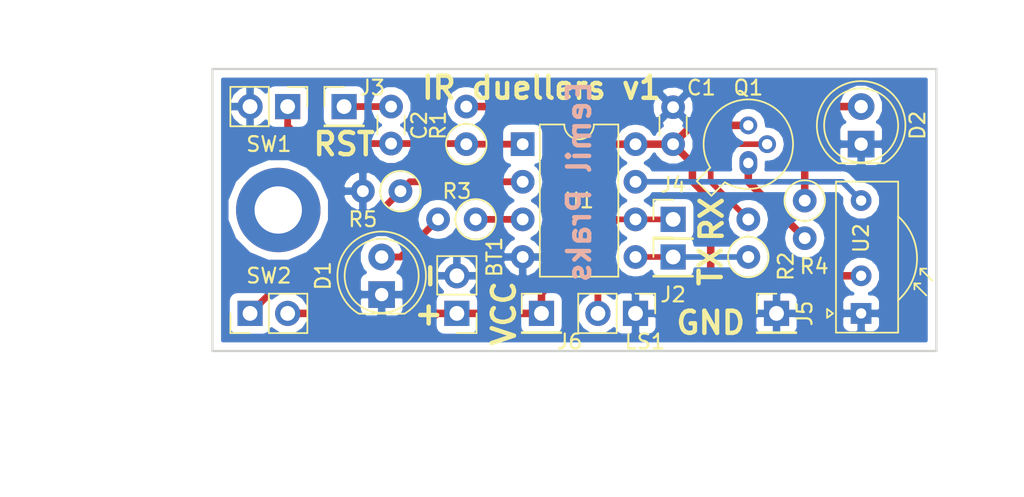
<source format=kicad_pcb>
(kicad_pcb (version 20171130) (host pcbnew "(5.1.4)-1")

  (general
    (thickness 1.6)
    (drawings 13)
    (tracks 59)
    (zones 0)
    (modules 22)
    (nets 14)
  )

  (page A4)
  (title_block
    (title IRduellers)
    (rev v01)
    (comment 4 "Author: Eemil Praks")
  )

  (layers
    (0 F.Cu signal)
    (31 B.Cu signal)
    (32 B.Adhes user)
    (33 F.Adhes user)
    (34 B.Paste user)
    (35 F.Paste user)
    (36 B.SilkS user)
    (37 F.SilkS user)
    (38 B.Mask user)
    (39 F.Mask user)
    (40 Dwgs.User user)
    (41 Cmts.User user hide)
    (42 Eco1.User user)
    (43 Eco2.User user)
    (44 Edge.Cuts user)
    (45 Margin user)
    (46 B.CrtYd user)
    (47 F.CrtYd user)
    (48 B.Fab user)
    (49 F.Fab user hide)
  )

  (setup
    (last_trace_width 0.4572)
    (trace_clearance 0.2)
    (zone_clearance 0.508)
    (zone_45_only no)
    (trace_min 0.127)
    (via_size 0.8)
    (via_drill 0.4)
    (via_min_size 0.4)
    (via_min_drill 0.3)
    (uvia_size 0.3)
    (uvia_drill 0.1)
    (uvias_allowed no)
    (uvia_min_size 0.2)
    (uvia_min_drill 0.1)
    (edge_width 0.15)
    (segment_width 0.2)
    (pcb_text_width 0.3)
    (pcb_text_size 1.5 1.5)
    (mod_edge_width 0.15)
    (mod_text_size 1 1)
    (mod_text_width 0.15)
    (pad_size 1.524 1.524)
    (pad_drill 0.762)
    (pad_to_mask_clearance 0.2)
    (aux_axis_origin 0 0)
    (visible_elements 7FFFFFFF)
    (pcbplotparams
      (layerselection 0x030fd_ffffffff)
      (usegerberextensions false)
      (usegerberattributes false)
      (usegerberadvancedattributes false)
      (creategerberjobfile false)
      (excludeedgelayer false)
      (linewidth 0.100000)
      (plotframeref false)
      (viasonmask false)
      (mode 1)
      (useauxorigin false)
      (hpglpennumber 1)
      (hpglpenspeed 20)
      (hpglpendiameter 15.000000)
      (psnegative false)
      (psa4output false)
      (plotreference true)
      (plotvalue true)
      (plotinvisibletext false)
      (padsonsilk true)
      (subtractmaskfromsilk false)
      (outputformat 1)
      (mirror false)
      (drillshape 0)
      (scaleselection 1)
      (outputdirectory ""))
  )

  (net 0 "")
  (net 1 +3V3)
  (net 2 GND)
  (net 3 "Net-(D1-Pad2)")
  (net 4 "Net-(D2-Pad2)")
  (net 5 "Net-(J2-Pad1)")
  (net 6 "Net-(J4-Pad1)")
  (net 7 "Net-(Q1-Pad1)")
  (net 8 "Net-(Q1-Pad2)")
  (net 9 "Net-(R3-Pad1)")
  (net 10 "Net-(R5-Pad1)")
  (net 11 "Net-(U1-Pad7)")
  (net 12 "Net-(C2-Pad1)")
  (net 13 "Net-(C2-Pad2)")

  (net_class Default "This is the default net class."
    (clearance 0.2)
    (trace_width 0.4572)
    (via_dia 0.8)
    (via_drill 0.4)
    (uvia_dia 0.3)
    (uvia_drill 0.1)
    (add_net "Net-(C2-Pad1)")
    (add_net "Net-(C2-Pad2)")
    (add_net "Net-(D1-Pad2)")
    (add_net "Net-(J2-Pad1)")
    (add_net "Net-(J4-Pad1)")
    (add_net "Net-(Q1-Pad2)")
    (add_net "Net-(R3-Pad1)")
    (add_net "Net-(R5-Pad1)")
    (add_net "Net-(U1-Pad7)")
  )

  (net_class pwr ""
    (clearance 0.2)
    (trace_width 0.508)
    (via_dia 0.8)
    (via_drill 0.4)
    (uvia_dia 0.3)
    (uvia_drill 0.1)
    (add_net +3V3)
    (add_net GND)
    (add_net "Net-(D2-Pad2)")
    (add_net "Net-(Q1-Pad1)")
  )

  (module Resistor_THT:R_Axial_DIN0207_L6.3mm_D2.5mm_P2.54mm_Vertical (layer F.Cu) (tedit 5CE1A60F) (tstamp 5CEDECB2)
    (at 163.83 132.08 270)
    (descr "Resistor, Axial_DIN0207 series, Axial, Vertical, pin pitch=2.54mm, 0.25W = 1/4W, length*diameter=6.3*2.5mm^2, http://cdn-reichelt.de/documents/datenblatt/B400/1_4W%23YAG.pdf")
    (tags "Resistor Axial_DIN0207 series Axial Vertical pin pitch 2.54mm 0.25W = 1/4W length 6.3mm diameter 2.5mm")
    (path /5CDE9D4E)
    (fp_text reference R4 (at 4.445 -0.635) (layer F.SilkS)
      (effects (font (size 1 1) (thickness 0.15)))
    )
    (fp_text value 75 (at 0 2.54 90) (layer F.Fab)
      (effects (font (size 1 1) (thickness 0.15)))
    )
    (fp_circle (center 0 0) (end 1.25 0) (layer F.Fab) (width 0.1))
    (fp_circle (center 0 0) (end 1.37 0) (layer F.SilkS) (width 0.12))
    (fp_line (start 0 0) (end 2.54 0) (layer F.Fab) (width 0.1))
    (fp_line (start 1.37 0) (end 1.44 0) (layer F.SilkS) (width 0.12))
    (fp_line (start -1.5 -1.5) (end -1.5 1.5) (layer F.CrtYd) (width 0.05))
    (fp_line (start -1.5 1.5) (end 3.59 1.5) (layer F.CrtYd) (width 0.05))
    (fp_line (start 3.59 1.5) (end 3.59 -1.5) (layer F.CrtYd) (width 0.05))
    (fp_line (start 3.59 -1.5) (end -1.5 -1.5) (layer F.CrtYd) (width 0.05))
    (fp_text user %R (at -5.08 -2.54 270) (layer F.Fab)
      (effects (font (size 1 1) (thickness 0.15)))
    )
    (pad 1 thru_hole circle (at 0 0 270) (size 1.6 1.6) (drill 0.8) (layers *.Cu *.Mask)
      (net 4 "Net-(D2-Pad2)"))
    (pad 2 thru_hole oval (at 2.54 0 270) (size 1.6 1.6) (drill 0.8) (layers *.Cu *.Mask)
      (net 7 "Net-(Q1-Pad1)"))
    (model ${KISYS3DMOD}/Resistor_THT.3dshapes/R_Axial_DIN0207_L6.3mm_D2.5mm_P2.54mm_Vertical.wrl
      (at (xyz 0 0 0))
      (scale (xyz 1 1 1))
      (rotate (xyz 0 0 0))
    )
  )

  (module Package_DIP:DIP-8_W7.62mm (layer F.Cu) (tedit 5A02E8C5) (tstamp 5CEDED09)
    (at 144.78 128.27)
    (descr "8-lead though-hole mounted DIP package, row spacing 7.62 mm (300 mils)")
    (tags "THT DIP DIL PDIP 2.54mm 7.62mm 300mil")
    (path /5CDE8A8F)
    (fp_text reference U1 (at 3.81 3.81) (layer F.SilkS)
      (effects (font (size 1 1) (thickness 0.15)))
    )
    (fp_text value ATtiny85-20PU (at 3.81 3.81 90) (layer F.Fab)
      (effects (font (size 1 1) (thickness 0.15)))
    )
    (fp_arc (start 3.81 -1.33) (end 2.81 -1.33) (angle -180) (layer F.SilkS) (width 0.12))
    (fp_line (start 1.635 -1.27) (end 6.985 -1.27) (layer F.Fab) (width 0.1))
    (fp_line (start 6.985 -1.27) (end 6.985 8.89) (layer F.Fab) (width 0.1))
    (fp_line (start 6.985 8.89) (end 0.635 8.89) (layer F.Fab) (width 0.1))
    (fp_line (start 0.635 8.89) (end 0.635 -0.27) (layer F.Fab) (width 0.1))
    (fp_line (start 0.635 -0.27) (end 1.635 -1.27) (layer F.Fab) (width 0.1))
    (fp_line (start 2.81 -1.33) (end 1.16 -1.33) (layer F.SilkS) (width 0.12))
    (fp_line (start 1.16 -1.33) (end 1.16 8.95) (layer F.SilkS) (width 0.12))
    (fp_line (start 1.16 8.95) (end 6.46 8.95) (layer F.SilkS) (width 0.12))
    (fp_line (start 6.46 8.95) (end 6.46 -1.33) (layer F.SilkS) (width 0.12))
    (fp_line (start 6.46 -1.33) (end 4.81 -1.33) (layer F.SilkS) (width 0.12))
    (fp_line (start -1.1 -1.55) (end -1.1 9.15) (layer F.CrtYd) (width 0.05))
    (fp_line (start -1.1 9.15) (end 8.7 9.15) (layer F.CrtYd) (width 0.05))
    (fp_line (start 8.7 9.15) (end 8.7 -1.55) (layer F.CrtYd) (width 0.05))
    (fp_line (start 8.7 -1.55) (end -1.1 -1.55) (layer F.CrtYd) (width 0.05))
    (fp_text user %R (at 2.54 19.05 90) (layer F.Fab)
      (effects (font (size 1 1) (thickness 0.15)))
    )
    (pad 1 thru_hole rect (at 0 0) (size 1.6 1.6) (drill 0.8) (layers *.Cu *.Mask)
      (net 13 "Net-(C2-Pad2)"))
    (pad 5 thru_hole oval (at 7.62 7.62) (size 1.6 1.6) (drill 0.8) (layers *.Cu *.Mask)
      (net 5 "Net-(J2-Pad1)"))
    (pad 2 thru_hole oval (at 0 2.54) (size 1.6 1.6) (drill 0.8) (layers *.Cu *.Mask)
      (net 10 "Net-(R5-Pad1)"))
    (pad 6 thru_hole oval (at 7.62 5.08) (size 1.6 1.6) (drill 0.8) (layers *.Cu *.Mask)
      (net 6 "Net-(J4-Pad1)"))
    (pad 3 thru_hole oval (at 0 5.08) (size 1.6 1.6) (drill 0.8) (layers *.Cu *.Mask)
      (net 9 "Net-(R3-Pad1)"))
    (pad 7 thru_hole oval (at 7.62 2.54) (size 1.6 1.6) (drill 0.8) (layers *.Cu *.Mask)
      (net 11 "Net-(U1-Pad7)"))
    (pad 4 thru_hole oval (at 0 7.62) (size 1.6 1.6) (drill 0.8) (layers *.Cu *.Mask)
      (net 2 GND))
    (pad 8 thru_hole oval (at 7.62 0) (size 1.6 1.6) (drill 0.8) (layers *.Cu *.Mask)
      (net 1 +3V3))
    (model ${KISYS3DMOD}/Package_DIP.3dshapes/DIP-8_W7.62mm.wrl
      (at (xyz 0 0 0))
      (scale (xyz 1 1 1))
      (rotate (xyz 0 0 0))
    )
  )

  (module Resistor_THT:R_Axial_DIN0207_L6.3mm_D2.5mm_P2.54mm_Vertical (layer F.Cu) (tedit 5AE5139B) (tstamp 5CEDECC1)
    (at 136.525 131.445 180)
    (descr "Resistor, Axial_DIN0207 series, Axial, Vertical, pin pitch=2.54mm, 0.25W = 1/4W, length*diameter=6.3*2.5mm^2, http://cdn-reichelt.de/documents/datenblatt/B400/1_4W%23YAG.pdf")
    (tags "Resistor Axial_DIN0207 series Axial Vertical pin pitch 2.54mm 0.25W = 1/4W length 6.3mm diameter 2.5mm")
    (path /5CDEA6C0)
    (fp_text reference R5 (at 2.54 -1.905) (layer F.SilkS)
      (effects (font (size 1 1) (thickness 0.15)))
    )
    (fp_text value 10k (at 1.27 2.37 180) (layer F.Fab)
      (effects (font (size 1 1) (thickness 0.15)))
    )
    (fp_text user %R (at 7.62 -15.24 180) (layer F.Fab)
      (effects (font (size 1 1) (thickness 0.15)))
    )
    (fp_line (start 3.59 -1.5) (end -1.5 -1.5) (layer F.CrtYd) (width 0.05))
    (fp_line (start 3.59 1.5) (end 3.59 -1.5) (layer F.CrtYd) (width 0.05))
    (fp_line (start -1.5 1.5) (end 3.59 1.5) (layer F.CrtYd) (width 0.05))
    (fp_line (start -1.5 -1.5) (end -1.5 1.5) (layer F.CrtYd) (width 0.05))
    (fp_line (start 1.37 0) (end 1.44 0) (layer F.SilkS) (width 0.12))
    (fp_line (start 0 0) (end 2.54 0) (layer F.Fab) (width 0.1))
    (fp_circle (center 0 0) (end 1.37 0) (layer F.SilkS) (width 0.12))
    (fp_circle (center 0 0) (end 1.25 0) (layer F.Fab) (width 0.1))
    (pad 2 thru_hole oval (at 2.54 0 180) (size 1.6 1.6) (drill 0.8) (layers *.Cu *.Mask)
      (net 2 GND))
    (pad 1 thru_hole circle (at 0 0 180) (size 1.6 1.6) (drill 0.8) (layers *.Cu *.Mask)
      (net 10 "Net-(R5-Pad1)"))
    (model ${KISYS3DMOD}/Resistor_THT.3dshapes/R_Axial_DIN0207_L6.3mm_D2.5mm_P2.54mm_Vertical.wrl
      (at (xyz 0 0 0))
      (scale (xyz 1 1 1))
      (rotate (xyz 0 0 0))
    )
  )

  (module Capacitor_THT:C_Disc_D3.0mm_W1.6mm_P2.50mm (layer F.Cu) (tedit 5AE50EF0) (tstamp 5CEDEBA8)
    (at 154.94 128.27 90)
    (descr "C, Disc series, Radial, pin pitch=2.50mm, , diameter*width=3.0*1.6mm^2, Capacitor, http://www.vishay.com/docs/45233/krseries.pdf")
    (tags "C Disc series Radial pin pitch 2.50mm  diameter 3.0mm width 1.6mm Capacitor")
    (path /5CDF32BA)
    (fp_text reference C1 (at 3.81 1.905) (layer F.SilkS)
      (effects (font (size 1 1) (thickness 0.15)))
    )
    (fp_text value 0.1uF (at 2.54 -3.81 180) (layer F.Fab)
      (effects (font (size 1 1) (thickness 0.15)))
    )
    (fp_line (start -0.25 -0.8) (end -0.25 0.8) (layer F.Fab) (width 0.1))
    (fp_line (start -0.25 0.8) (end 2.75 0.8) (layer F.Fab) (width 0.1))
    (fp_line (start 2.75 0.8) (end 2.75 -0.8) (layer F.Fab) (width 0.1))
    (fp_line (start 2.75 -0.8) (end -0.25 -0.8) (layer F.Fab) (width 0.1))
    (fp_line (start 0.621 -0.92) (end 1.879 -0.92) (layer F.SilkS) (width 0.12))
    (fp_line (start 0.621 0.92) (end 1.879 0.92) (layer F.SilkS) (width 0.12))
    (fp_line (start -1.05 -1.05) (end -1.05 1.05) (layer F.CrtYd) (width 0.05))
    (fp_line (start -1.05 1.05) (end 3.55 1.05) (layer F.CrtYd) (width 0.05))
    (fp_line (start 3.55 1.05) (end 3.55 -1.05) (layer F.CrtYd) (width 0.05))
    (fp_line (start 3.55 -1.05) (end -1.05 -1.05) (layer F.CrtYd) (width 0.05))
    (fp_text user %R (at 7.62 5.08 90) (layer F.Fab)
      (effects (font (size 0.6 0.6) (thickness 0.09)))
    )
    (pad 1 thru_hole circle (at 0 0 90) (size 1.6 1.6) (drill 0.8) (layers *.Cu *.Mask)
      (net 1 +3V3))
    (pad 2 thru_hole circle (at 2.5 0 90) (size 1.6 1.6) (drill 0.8) (layers *.Cu *.Mask)
      (net 2 GND))
    (model ${KISYS3DMOD}/Capacitor_THT.3dshapes/C_Disc_D3.0mm_W1.6mm_P2.50mm.wrl
      (at (xyz 0 0 0))
      (scale (xyz 1 1 1))
      (rotate (xyz 0 0 0))
    )
  )

  (module LED_THT:LED_D5.0mm_Clear (layer F.Cu) (tedit 5A6C9BC0) (tstamp 5CEDEBBA)
    (at 135.255 138.43 90)
    (descr "LED, diameter 5.0mm, 2 pins, http://cdn-reichelt.de/documents/datenblatt/A500/LL-504BC2E-009.pdf")
    (tags "LED diameter 5.0mm 2 pins")
    (path /5CDE92DA)
    (fp_text reference D1 (at 1.27 -3.96 90) (layer F.SilkS)
      (effects (font (size 1 1) (thickness 0.15)))
    )
    (fp_text value LED (at -2.54 0 180) (layer F.Fab)
      (effects (font (size 1 1) (thickness 0.15)))
    )
    (fp_text user %R (at -8.89 -3.81 90) (layer F.Fab)
      (effects (font (size 0.8 0.8) (thickness 0.2)))
    )
    (fp_line (start -1.23 -1.469694) (end -1.23 1.469694) (layer F.Fab) (width 0.1))
    (fp_line (start -1.29 -1.545) (end -1.29 1.545) (layer F.SilkS) (width 0.12))
    (fp_line (start -1.95 -3.25) (end -1.95 3.25) (layer F.CrtYd) (width 0.05))
    (fp_line (start -1.95 3.25) (end 4.5 3.25) (layer F.CrtYd) (width 0.05))
    (fp_line (start 4.5 3.25) (end 4.5 -3.25) (layer F.CrtYd) (width 0.05))
    (fp_line (start 4.5 -3.25) (end -1.95 -3.25) (layer F.CrtYd) (width 0.05))
    (fp_circle (center 1.27 0) (end 3.77 0) (layer F.Fab) (width 0.1))
    (fp_circle (center 1.27 0) (end 3.77 0) (layer F.SilkS) (width 0.12))
    (fp_arc (start 1.27 0) (end -1.23 -1.469694) (angle 299.1) (layer F.Fab) (width 0.1))
    (fp_arc (start 1.27 0) (end -1.29 -1.54483) (angle 148.9) (layer F.SilkS) (width 0.12))
    (fp_arc (start 1.27 0) (end -1.29 1.54483) (angle -148.9) (layer F.SilkS) (width 0.12))
    (pad 1 thru_hole rect (at 0 0 90) (size 1.8 1.8) (drill 0.9) (layers *.Cu *.Mask)
      (net 2 GND))
    (pad 2 thru_hole circle (at 2.54 0 90) (size 1.8 1.8) (drill 0.9) (layers *.Cu *.Mask)
      (net 3 "Net-(D1-Pad2)"))
    (model ${KISYS3DMOD}/LED_THT.3dshapes/LED_D5.0mm_Clear.wrl
      (at (xyz 0 0 0))
      (scale (xyz 1 1 1))
      (rotate (xyz 0 0 0))
    )
  )

  (module LED_THT:LED_D5.0mm_IRGrey (layer F.Cu) (tedit 5A6C9BB8) (tstamp 5CEDEBCC)
    (at 167.64 128.27 90)
    (descr "LED, diameter 5.0mm, 2 pins, http://cdn-reichelt.de/documents/datenblatt/A500/LL-504BC2E-009.pdf")
    (tags "LED diameter 5.0mm 2 pins")
    (path /5CDE9272)
    (fp_text reference D2 (at 1.27 3.81 90) (layer F.SilkS)
      (effects (font (size 1 1) (thickness 0.15)))
    )
    (fp_text value IR_LED (at 1.27 3.96 90) (layer F.Fab)
      (effects (font (size 1 1) (thickness 0.15)))
    )
    (fp_text user %R (at 7.62 1.27 90) (layer F.Fab)
      (effects (font (size 0.8 0.8) (thickness 0.2)))
    )
    (fp_line (start -1.23 -1.469694) (end -1.23 1.469694) (layer F.Fab) (width 0.1))
    (fp_line (start -1.29 -1.545) (end -1.29 1.545) (layer F.SilkS) (width 0.12))
    (fp_line (start -1.95 -3.25) (end -1.95 3.25) (layer F.CrtYd) (width 0.05))
    (fp_line (start -1.95 3.25) (end 4.5 3.25) (layer F.CrtYd) (width 0.05))
    (fp_line (start 4.5 3.25) (end 4.5 -3.25) (layer F.CrtYd) (width 0.05))
    (fp_line (start 4.5 -3.25) (end -1.95 -3.25) (layer F.CrtYd) (width 0.05))
    (fp_circle (center 1.27 0) (end 3.77 0) (layer F.Fab) (width 0.1))
    (fp_circle (center 1.27 0) (end 3.77 0) (layer F.SilkS) (width 0.12))
    (fp_arc (start 1.27 0) (end -1.23 -1.469694) (angle 299.1) (layer F.Fab) (width 0.1))
    (fp_arc (start 1.27 0) (end -1.29 -1.54483) (angle 148.9) (layer F.SilkS) (width 0.12))
    (fp_arc (start 1.27 0) (end -1.29 1.54483) (angle -148.9) (layer F.SilkS) (width 0.12))
    (pad 1 thru_hole rect (at 0 0 90) (size 1.8 1.8) (drill 0.9) (layers *.Cu *.Mask)
      (net 2 GND))
    (pad 2 thru_hole circle (at 2.54 0 90) (size 1.8 1.8) (drill 0.9) (layers *.Cu *.Mask)
      (net 4 "Net-(D2-Pad2)"))
    (model ${KISYS3DMOD}/LED_THT.3dshapes/LED_D5.0mm_IRGrey.wrl
      (at (xyz 0 0 0))
      (scale (xyz 1 1 1))
      (rotate (xyz 0 0 0))
    )
  )

  (module Connector_PinHeader_2.54mm:PinHeader_1x01_P2.54mm_Vertical (layer F.Cu) (tedit 59FED5CC) (tstamp 5CEDEBF7)
    (at 154.94 135.89)
    (descr "Through hole straight pin header, 1x01, 2.54mm pitch, single row")
    (tags "Through hole pin header THT 1x01 2.54mm single row")
    (path /5CE1A072)
    (fp_text reference J2 (at 0 2.54) (layer F.SilkS)
      (effects (font (size 1 1) (thickness 0.15)))
    )
    (fp_text value TX (at 2.54 1.27) (layer F.Fab)
      (effects (font (size 1 1) (thickness 0.15)))
    )
    (fp_line (start -0.635 -1.27) (end 1.27 -1.27) (layer F.Fab) (width 0.1))
    (fp_line (start 1.27 -1.27) (end 1.27 1.27) (layer F.Fab) (width 0.1))
    (fp_line (start 1.27 1.27) (end -1.27 1.27) (layer F.Fab) (width 0.1))
    (fp_line (start -1.27 1.27) (end -1.27 -0.635) (layer F.Fab) (width 0.1))
    (fp_line (start -1.27 -0.635) (end -0.635 -1.27) (layer F.Fab) (width 0.1))
    (fp_line (start -1.33 1.33) (end 1.33 1.33) (layer F.SilkS) (width 0.12))
    (fp_line (start -1.33 1.27) (end -1.33 1.33) (layer F.SilkS) (width 0.12))
    (fp_line (start 1.33 1.27) (end 1.33 1.33) (layer F.SilkS) (width 0.12))
    (fp_line (start -1.33 1.27) (end 1.33 1.27) (layer F.SilkS) (width 0.12))
    (fp_line (start -1.33 0) (end -1.33 -1.33) (layer F.SilkS) (width 0.12))
    (fp_line (start -1.33 -1.33) (end 0 -1.33) (layer F.SilkS) (width 0.12))
    (fp_line (start -1.8 -1.8) (end -1.8 1.8) (layer F.CrtYd) (width 0.05))
    (fp_line (start -1.8 1.8) (end 1.8 1.8) (layer F.CrtYd) (width 0.05))
    (fp_line (start 1.8 1.8) (end 1.8 -1.8) (layer F.CrtYd) (width 0.05))
    (fp_line (start 1.8 -1.8) (end -1.8 -1.8) (layer F.CrtYd) (width 0.05))
    (fp_text user %R (at 0 10.16 90) (layer F.Fab)
      (effects (font (size 1 1) (thickness 0.15)))
    )
    (pad 1 thru_hole rect (at 0 0) (size 1.7 1.7) (drill 1) (layers *.Cu *.Mask)
      (net 5 "Net-(J2-Pad1)"))
    (model ${KISYS3DMOD}/Connector_PinHeader_2.54mm.3dshapes/PinHeader_1x01_P2.54mm_Vertical.wrl
      (at (xyz 0 0 0))
      (scale (xyz 1 1 1))
      (rotate (xyz 0 0 0))
    )
  )

  (module Connector_PinHeader_2.54mm:PinHeader_1x01_P2.54mm_Vertical (layer F.Cu) (tedit 59FED5CC) (tstamp 5CEDEC0C)
    (at 132.715 125.73)
    (descr "Through hole straight pin header, 1x01, 2.54mm pitch, single row")
    (tags "Through hole pin header THT 1x01 2.54mm single row")
    (path /5CE1A87C)
    (fp_text reference J3 (at 1.905 -1.27) (layer F.SilkS)
      (effects (font (size 1 1) (thickness 0.15)))
    )
    (fp_text value RST (at 0 2.33) (layer F.Fab)
      (effects (font (size 1 1) (thickness 0.15)))
    )
    (fp_line (start -0.635 -1.27) (end 1.27 -1.27) (layer F.Fab) (width 0.1))
    (fp_line (start 1.27 -1.27) (end 1.27 1.27) (layer F.Fab) (width 0.1))
    (fp_line (start 1.27 1.27) (end -1.27 1.27) (layer F.Fab) (width 0.1))
    (fp_line (start -1.27 1.27) (end -1.27 -0.635) (layer F.Fab) (width 0.1))
    (fp_line (start -1.27 -0.635) (end -0.635 -1.27) (layer F.Fab) (width 0.1))
    (fp_line (start -1.33 1.33) (end 1.33 1.33) (layer F.SilkS) (width 0.12))
    (fp_line (start -1.33 1.27) (end -1.33 1.33) (layer F.SilkS) (width 0.12))
    (fp_line (start 1.33 1.27) (end 1.33 1.33) (layer F.SilkS) (width 0.12))
    (fp_line (start -1.33 1.27) (end 1.33 1.27) (layer F.SilkS) (width 0.12))
    (fp_line (start -1.33 0) (end -1.33 -1.33) (layer F.SilkS) (width 0.12))
    (fp_line (start -1.33 -1.33) (end 0 -1.33) (layer F.SilkS) (width 0.12))
    (fp_line (start -1.8 -1.8) (end -1.8 1.8) (layer F.CrtYd) (width 0.05))
    (fp_line (start -1.8 1.8) (end 1.8 1.8) (layer F.CrtYd) (width 0.05))
    (fp_line (start 1.8 1.8) (end 1.8 -1.8) (layer F.CrtYd) (width 0.05))
    (fp_line (start 1.8 -1.8) (end -1.8 -1.8) (layer F.CrtYd) (width 0.05))
    (fp_text user %R (at 0 0 90) (layer F.Fab)
      (effects (font (size 1 1) (thickness 0.15)))
    )
    (pad 1 thru_hole rect (at 0 0) (size 1.7 1.7) (drill 1) (layers *.Cu *.Mask)
      (net 12 "Net-(C2-Pad1)"))
    (model ${KISYS3DMOD}/Connector_PinHeader_2.54mm.3dshapes/PinHeader_1x01_P2.54mm_Vertical.wrl
      (at (xyz 0 0 0))
      (scale (xyz 1 1 1))
      (rotate (xyz 0 0 0))
    )
  )

  (module Connector_PinHeader_2.54mm:PinHeader_1x01_P2.54mm_Vertical (layer F.Cu) (tedit 59FED5CC) (tstamp 5CEDEC21)
    (at 154.94 133.35)
    (descr "Through hole straight pin header, 1x01, 2.54mm pitch, single row")
    (tags "Through hole pin header THT 1x01 2.54mm single row")
    (path /5CE1A152)
    (fp_text reference J4 (at 0 -2.33) (layer F.SilkS)
      (effects (font (size 1 1) (thickness 0.15)))
    )
    (fp_text value RX (at 0 -2.54) (layer F.Fab)
      (effects (font (size 1 1) (thickness 0.15)))
    )
    (fp_text user %R (at -3.81 12.7 90) (layer F.Fab)
      (effects (font (size 1 1) (thickness 0.15)))
    )
    (fp_line (start 1.8 -1.8) (end -1.8 -1.8) (layer F.CrtYd) (width 0.05))
    (fp_line (start 1.8 1.8) (end 1.8 -1.8) (layer F.CrtYd) (width 0.05))
    (fp_line (start -1.8 1.8) (end 1.8 1.8) (layer F.CrtYd) (width 0.05))
    (fp_line (start -1.8 -1.8) (end -1.8 1.8) (layer F.CrtYd) (width 0.05))
    (fp_line (start -1.33 -1.33) (end 0 -1.33) (layer F.SilkS) (width 0.12))
    (fp_line (start -1.33 0) (end -1.33 -1.33) (layer F.SilkS) (width 0.12))
    (fp_line (start -1.33 1.27) (end 1.33 1.27) (layer F.SilkS) (width 0.12))
    (fp_line (start 1.33 1.27) (end 1.33 1.33) (layer F.SilkS) (width 0.12))
    (fp_line (start -1.33 1.27) (end -1.33 1.33) (layer F.SilkS) (width 0.12))
    (fp_line (start -1.33 1.33) (end 1.33 1.33) (layer F.SilkS) (width 0.12))
    (fp_line (start -1.27 -0.635) (end -0.635 -1.27) (layer F.Fab) (width 0.1))
    (fp_line (start -1.27 1.27) (end -1.27 -0.635) (layer F.Fab) (width 0.1))
    (fp_line (start 1.27 1.27) (end -1.27 1.27) (layer F.Fab) (width 0.1))
    (fp_line (start 1.27 -1.27) (end 1.27 1.27) (layer F.Fab) (width 0.1))
    (fp_line (start -0.635 -1.27) (end 1.27 -1.27) (layer F.Fab) (width 0.1))
    (pad 1 thru_hole rect (at 0 0) (size 1.7 1.7) (drill 1) (layers *.Cu *.Mask)
      (net 6 "Net-(J4-Pad1)"))
    (model ${KISYS3DMOD}/Connector_PinHeader_2.54mm.3dshapes/PinHeader_1x01_P2.54mm_Vertical.wrl
      (at (xyz 0 0 0))
      (scale (xyz 1 1 1))
      (rotate (xyz 0 0 0))
    )
  )

  (module Connector_PinHeader_2.54mm:PinHeader_1x01_P2.54mm_Vertical (layer F.Cu) (tedit 59FED5CC) (tstamp 5CEDEC36)
    (at 161.925 139.7)
    (descr "Through hole straight pin header, 1x01, 2.54mm pitch, single row")
    (tags "Through hole pin header THT 1x01 2.54mm single row")
    (path /5CE1DB8C)
    (fp_text reference J5 (at 1.905 0 90) (layer F.SilkS)
      (effects (font (size 1 1) (thickness 0.15)))
    )
    (fp_text value GND (at -2.54 0 90) (layer F.Fab)
      (effects (font (size 1 1) (thickness 0.15)))
    )
    (fp_line (start -0.635 -1.27) (end 1.27 -1.27) (layer F.Fab) (width 0.1))
    (fp_line (start 1.27 -1.27) (end 1.27 1.27) (layer F.Fab) (width 0.1))
    (fp_line (start 1.27 1.27) (end -1.27 1.27) (layer F.Fab) (width 0.1))
    (fp_line (start -1.27 1.27) (end -1.27 -0.635) (layer F.Fab) (width 0.1))
    (fp_line (start -1.27 -0.635) (end -0.635 -1.27) (layer F.Fab) (width 0.1))
    (fp_line (start -1.33 1.33) (end 1.33 1.33) (layer F.SilkS) (width 0.12))
    (fp_line (start -1.33 1.27) (end -1.33 1.33) (layer F.SilkS) (width 0.12))
    (fp_line (start 1.33 1.27) (end 1.33 1.33) (layer F.SilkS) (width 0.12))
    (fp_line (start -1.33 1.27) (end 1.33 1.27) (layer F.SilkS) (width 0.12))
    (fp_line (start -1.33 0) (end -1.33 -1.33) (layer F.SilkS) (width 0.12))
    (fp_line (start -1.33 -1.33) (end 0 -1.33) (layer F.SilkS) (width 0.12))
    (fp_line (start -1.8 -1.8) (end -1.8 1.8) (layer F.CrtYd) (width 0.05))
    (fp_line (start -1.8 1.8) (end 1.8 1.8) (layer F.CrtYd) (width 0.05))
    (fp_line (start 1.8 1.8) (end 1.8 -1.8) (layer F.CrtYd) (width 0.05))
    (fp_line (start 1.8 -1.8) (end -1.8 -1.8) (layer F.CrtYd) (width 0.05))
    (fp_text user %R (at 1.27 8.89 90) (layer F.Fab)
      (effects (font (size 1 1) (thickness 0.15)))
    )
    (pad 1 thru_hole rect (at 0 0) (size 1.7 1.7) (drill 1) (layers *.Cu *.Mask)
      (net 2 GND))
    (model ${KISYS3DMOD}/Connector_PinHeader_2.54mm.3dshapes/PinHeader_1x01_P2.54mm_Vertical.wrl
      (at (xyz 0 0 0))
      (scale (xyz 1 1 1))
      (rotate (xyz 0 0 0))
    )
  )

  (module Connector_PinHeader_2.54mm:PinHeader_1x01_P2.54mm_Vertical (layer F.Cu) (tedit 5CE19F47) (tstamp 5CEDEC4B)
    (at 146.05 139.7)
    (descr "Through hole straight pin header, 1x01, 2.54mm pitch, single row")
    (tags "Through hole pin header THT 1x01 2.54mm single row")
    (path /5CE1D730)
    (fp_text reference J6 (at 1.905 1.905) (layer F.SilkS)
      (effects (font (size 1 1) (thickness 0.15)))
    )
    (fp_text value VCC (at -2.54 0 270) (layer F.Fab)
      (effects (font (size 1 1) (thickness 0.15)))
    )
    (fp_text user %R (at -1.27 11.43 90) (layer F.Fab)
      (effects (font (size 1 1) (thickness 0.15)))
    )
    (fp_line (start 1.8 -1.8) (end -1.8 -1.8) (layer F.CrtYd) (width 0.05))
    (fp_line (start 1.8 1.8) (end 1.8 -1.8) (layer F.CrtYd) (width 0.05))
    (fp_line (start -1.8 1.8) (end 1.8 1.8) (layer F.CrtYd) (width 0.05))
    (fp_line (start -1.8 -1.8) (end -1.8 1.8) (layer F.CrtYd) (width 0.05))
    (fp_line (start -1.33 -1.33) (end 0 -1.33) (layer F.SilkS) (width 0.12))
    (fp_line (start -1.33 0) (end -1.33 -1.33) (layer F.SilkS) (width 0.12))
    (fp_line (start -1.33 1.27) (end 1.33 1.27) (layer F.SilkS) (width 0.12))
    (fp_line (start 1.33 1.27) (end 1.33 1.33) (layer F.SilkS) (width 0.12))
    (fp_line (start -1.33 1.27) (end -1.33 1.33) (layer F.SilkS) (width 0.12))
    (fp_line (start -1.33 1.33) (end 1.33 1.33) (layer F.SilkS) (width 0.12))
    (fp_line (start -1.27 -0.635) (end -0.635 -1.27) (layer F.Fab) (width 0.1))
    (fp_line (start -1.27 1.27) (end -1.27 -0.635) (layer F.Fab) (width 0.1))
    (fp_line (start 1.27 1.27) (end -1.27 1.27) (layer F.Fab) (width 0.1))
    (fp_line (start 1.27 -1.27) (end 1.27 1.27) (layer F.Fab) (width 0.1))
    (fp_line (start -0.635 -1.27) (end 1.27 -1.27) (layer F.Fab) (width 0.1))
    (pad 1 thru_hole rect (at 0 0) (size 1.7 1.7) (drill 1) (layers *.Cu *.Mask)
      (net 1 +3V3))
    (model ${KISYS3DMOD}/Connector_PinHeader_2.54mm.3dshapes/PinHeader_1x01_P2.54mm_Vertical.wrl
      (at (xyz 0 0 0))
      (scale (xyz 1 1 1))
      (rotate (xyz 0 0 0))
    )
  )

  (module Connector_PinHeader_2.54mm:PinHeader_1x02_P2.54mm_Vertical (layer F.Cu) (tedit 59FED5CC) (tstamp 5CEDEC61)
    (at 152.4 139.7 270)
    (descr "Through hole straight pin header, 1x02, 2.54mm pitch, single row")
    (tags "Through hole pin header THT 1x02 2.54mm single row")
    (path /5CE13851)
    (fp_text reference LS1 (at 1.905 -0.635 180) (layer F.SilkS)
      (effects (font (size 1 1) (thickness 0.15)))
    )
    (fp_text value SPKR (at 0 5.08 270) (layer F.Fab)
      (effects (font (size 1 1) (thickness 0.15)))
    )
    (fp_line (start -0.635 -1.27) (end 1.27 -1.27) (layer F.Fab) (width 0.1))
    (fp_line (start 1.27 -1.27) (end 1.27 3.81) (layer F.Fab) (width 0.1))
    (fp_line (start 1.27 3.81) (end -1.27 3.81) (layer F.Fab) (width 0.1))
    (fp_line (start -1.27 3.81) (end -1.27 -0.635) (layer F.Fab) (width 0.1))
    (fp_line (start -1.27 -0.635) (end -0.635 -1.27) (layer F.Fab) (width 0.1))
    (fp_line (start -1.33 3.87) (end 1.33 3.87) (layer F.SilkS) (width 0.12))
    (fp_line (start -1.33 1.27) (end -1.33 3.87) (layer F.SilkS) (width 0.12))
    (fp_line (start 1.33 1.27) (end 1.33 3.87) (layer F.SilkS) (width 0.12))
    (fp_line (start -1.33 1.27) (end 1.33 1.27) (layer F.SilkS) (width 0.12))
    (fp_line (start -1.33 0) (end -1.33 -1.33) (layer F.SilkS) (width 0.12))
    (fp_line (start -1.33 -1.33) (end 0 -1.33) (layer F.SilkS) (width 0.12))
    (fp_line (start -1.8 -1.8) (end -1.8 4.35) (layer F.CrtYd) (width 0.05))
    (fp_line (start -1.8 4.35) (end 1.8 4.35) (layer F.CrtYd) (width 0.05))
    (fp_line (start 1.8 4.35) (end 1.8 -1.8) (layer F.CrtYd) (width 0.05))
    (fp_line (start 1.8 -1.8) (end -1.8 -1.8) (layer F.CrtYd) (width 0.05))
    (fp_text user %R (at -10.16 2.54) (layer F.Fab)
      (effects (font (size 1 1) (thickness 0.15)))
    )
    (pad 1 thru_hole rect (at 0 0 270) (size 1.7 1.7) (drill 1) (layers *.Cu *.Mask)
      (net 2 GND))
    (pad 2 thru_hole oval (at 0 2.54 270) (size 1.7 1.7) (drill 1) (layers *.Cu *.Mask)
      (net 6 "Net-(J4-Pad1)"))
    (model ${KISYS3DMOD}/Connector_PinHeader_2.54mm.3dshapes/PinHeader_1x02_P2.54mm_Vertical.wrl
      (at (xyz 0 0 0))
      (scale (xyz 1 1 1))
      (rotate (xyz 0 0 0))
    )
  )

  (module Package_TO_SOT_THT:TO-18-3 (layer F.Cu) (tedit 5A02FF81) (tstamp 5CEDEC76)
    (at 160.02 129.54 90)
    (descr TO-18-3)
    (tags TO-18-3)
    (path /5CDE9115)
    (fp_text reference Q1 (at 5.08 0 180) (layer F.SilkS)
      (effects (font (size 1 1) (thickness 0.15)))
    )
    (fp_text value BC109 (at 1.27 3.81 90) (layer F.Fab)
      (effects (font (size 1 1) (thickness 0.15)))
    )
    (fp_text user %R (at 1.27 -16.51 90) (layer F.Fab)
      (effects (font (size 1 1) (thickness 0.15)))
    )
    (fp_line (start -0.329057 -2.419301) (end -1.156372 -3.246616) (layer F.Fab) (width 0.1))
    (fp_line (start -1.156372 -3.246616) (end -1.976616 -2.426372) (layer F.Fab) (width 0.1))
    (fp_line (start -1.976616 -2.426372) (end -1.149301 -1.599057) (layer F.Fab) (width 0.1))
    (fp_line (start -0.312331 -2.572281) (end -1.224499 -3.484448) (layer F.SilkS) (width 0.12))
    (fp_line (start -1.224499 -3.484448) (end -2.214448 -2.494499) (layer F.SilkS) (width 0.12))
    (fp_line (start -2.214448 -2.494499) (end -1.302281 -1.582331) (layer F.SilkS) (width 0.12))
    (fp_line (start -2.23 -3.5) (end -2.23 3.15) (layer F.CrtYd) (width 0.05))
    (fp_line (start -2.23 3.15) (end 4.42 3.15) (layer F.CrtYd) (width 0.05))
    (fp_line (start 4.42 3.15) (end 4.42 -3.5) (layer F.CrtYd) (width 0.05))
    (fp_line (start 4.42 -3.5) (end -2.23 -3.5) (layer F.CrtYd) (width 0.05))
    (fp_circle (center 1.27 0) (end 3.67 0) (layer F.Fab) (width 0.1))
    (fp_arc (start 1.27 0) (end -0.329057 -2.419301) (angle 336.9) (layer F.Fab) (width 0.1))
    (fp_arc (start 1.27 0) (end -0.312331 -2.572281) (angle 333.2) (layer F.SilkS) (width 0.12))
    (pad 1 thru_hole oval (at 0 0 90) (size 1.6 1.2) (drill 0.7) (layers *.Cu *.Mask)
      (net 7 "Net-(Q1-Pad1)"))
    (pad 2 thru_hole oval (at 1.27 1.27 90) (size 1.2 1.2) (drill 0.7) (layers *.Cu *.Mask)
      (net 8 "Net-(Q1-Pad2)"))
    (pad 3 thru_hole oval (at 2.54 0 90) (size 1.2 1.2) (drill 0.7) (layers *.Cu *.Mask)
      (net 1 +3V3))
    (model ${KISYS3DMOD}/Package_TO_SOT_THT.3dshapes/TO-18-3.wrl
      (at (xyz 0 0 0))
      (scale (xyz 1 1 1))
      (rotate (xyz 0 0 0))
    )
  )

  (module Resistor_THT:R_Axial_DIN0207_L6.3mm_D2.5mm_P2.54mm_Vertical (layer F.Cu) (tedit 5AE5139B) (tstamp 5CEDEC85)
    (at 140.97 128.27 90)
    (descr "Resistor, Axial_DIN0207 series, Axial, Vertical, pin pitch=2.54mm, 0.25W = 1/4W, length*diameter=6.3*2.5mm^2, http://cdn-reichelt.de/documents/datenblatt/B400/1_4W%23YAG.pdf")
    (tags "Resistor Axial_DIN0207 series Axial Vertical pin pitch 2.54mm 0.25W = 1/4W length 6.3mm diameter 2.5mm")
    (path /5CDE8CF7)
    (fp_text reference R1 (at 1.27 -1.905 90) (layer F.SilkS)
      (effects (font (size 1 1) (thickness 0.15)))
    )
    (fp_text value 10k (at 1.27 2.37 90) (layer F.Fab)
      (effects (font (size 1 1) (thickness 0.15)))
    )
    (fp_circle (center 0 0) (end 1.25 0) (layer F.Fab) (width 0.1))
    (fp_circle (center 0 0) (end 1.37 0) (layer F.SilkS) (width 0.12))
    (fp_line (start 0 0) (end 2.54 0) (layer F.Fab) (width 0.1))
    (fp_line (start 1.37 0) (end 1.44 0) (layer F.SilkS) (width 0.12))
    (fp_line (start -1.5 -1.5) (end -1.5 1.5) (layer F.CrtYd) (width 0.05))
    (fp_line (start -1.5 1.5) (end 3.59 1.5) (layer F.CrtYd) (width 0.05))
    (fp_line (start 3.59 1.5) (end 3.59 -1.5) (layer F.CrtYd) (width 0.05))
    (fp_line (start 3.59 -1.5) (end -1.5 -1.5) (layer F.CrtYd) (width 0.05))
    (fp_text user %R (at 6.35 0 90) (layer F.Fab)
      (effects (font (size 1 1) (thickness 0.15)))
    )
    (pad 1 thru_hole circle (at 0 0 90) (size 1.6 1.6) (drill 0.8) (layers *.Cu *.Mask)
      (net 13 "Net-(C2-Pad2)"))
    (pad 2 thru_hole oval (at 2.54 0 90) (size 1.6 1.6) (drill 0.8) (layers *.Cu *.Mask)
      (net 1 +3V3))
    (model ${KISYS3DMOD}/Resistor_THT.3dshapes/R_Axial_DIN0207_L6.3mm_D2.5mm_P2.54mm_Vertical.wrl
      (at (xyz 0 0 0))
      (scale (xyz 1 1 1))
      (rotate (xyz 0 0 0))
    )
  )

  (module Resistor_THT:R_Axial_DIN0207_L6.3mm_D2.5mm_P2.54mm_Vertical (layer F.Cu) (tedit 5AE5139B) (tstamp 5CEDEC94)
    (at 160.02 135.89 90)
    (descr "Resistor, Axial_DIN0207 series, Axial, Vertical, pin pitch=2.54mm, 0.25W = 1/4W, length*diameter=6.3*2.5mm^2, http://cdn-reichelt.de/documents/datenblatt/B400/1_4W%23YAG.pdf")
    (tags "Resistor Axial_DIN0207 series Axial Vertical pin pitch 2.54mm 0.25W = 1/4W length 6.3mm diameter 2.5mm")
    (path /5CDE8F43)
    (fp_text reference R2 (at -0.635 2.54 90) (layer F.SilkS)
      (effects (font (size 1 1) (thickness 0.15)))
    )
    (fp_text value 1k (at 0 -2.54 90) (layer F.Fab)
      (effects (font (size 1 1) (thickness 0.15)))
    )
    (fp_circle (center 0 0) (end 1.25 0) (layer F.Fab) (width 0.1))
    (fp_circle (center 0 0) (end 1.37 0) (layer F.SilkS) (width 0.12))
    (fp_line (start 0 0) (end 2.54 0) (layer F.Fab) (width 0.1))
    (fp_line (start 1.37 0) (end 1.44 0) (layer F.SilkS) (width 0.12))
    (fp_line (start -1.5 -1.5) (end -1.5 1.5) (layer F.CrtYd) (width 0.05))
    (fp_line (start -1.5 1.5) (end 3.59 1.5) (layer F.CrtYd) (width 0.05))
    (fp_line (start 3.59 1.5) (end 3.59 -1.5) (layer F.CrtYd) (width 0.05))
    (fp_line (start 3.59 -1.5) (end -1.5 -1.5) (layer F.CrtYd) (width 0.05))
    (fp_text user %R (at 0 -10.16 90) (layer F.Fab)
      (effects (font (size 1 1) (thickness 0.15)))
    )
    (pad 1 thru_hole circle (at 0 0 90) (size 1.6 1.6) (drill 0.8) (layers *.Cu *.Mask)
      (net 5 "Net-(J2-Pad1)"))
    (pad 2 thru_hole oval (at 2.54 0 90) (size 1.6 1.6) (drill 0.8) (layers *.Cu *.Mask)
      (net 8 "Net-(Q1-Pad2)"))
    (model ${KISYS3DMOD}/Resistor_THT.3dshapes/R_Axial_DIN0207_L6.3mm_D2.5mm_P2.54mm_Vertical.wrl
      (at (xyz 0 0 0))
      (scale (xyz 1 1 1))
      (rotate (xyz 0 0 0))
    )
  )

  (module Resistor_THT:R_Axial_DIN0207_L6.3mm_D2.5mm_P2.54mm_Vertical (layer F.Cu) (tedit 5AE5139B) (tstamp 5CEDECA3)
    (at 141.605 133.35 180)
    (descr "Resistor, Axial_DIN0207 series, Axial, Vertical, pin pitch=2.54mm, 0.25W = 1/4W, length*diameter=6.3*2.5mm^2, http://cdn-reichelt.de/documents/datenblatt/B400/1_4W%23YAG.pdf")
    (tags "Resistor Axial_DIN0207 series Axial Vertical pin pitch 2.54mm 0.25W = 1/4W length 6.3mm diameter 2.5mm")
    (path /5CDE8FDB)
    (fp_text reference R3 (at 1.27 1.905 180) (layer F.SilkS)
      (effects (font (size 1 1) (thickness 0.15)))
    )
    (fp_text value 470 (at 1.27 2.54 180) (layer F.Fab)
      (effects (font (size 1 1) (thickness 0.15)))
    )
    (fp_text user %R (at 24.13 1.27 180) (layer F.Fab)
      (effects (font (size 1 1) (thickness 0.15)))
    )
    (fp_line (start 3.59 -1.5) (end -1.5 -1.5) (layer F.CrtYd) (width 0.05))
    (fp_line (start 3.59 1.5) (end 3.59 -1.5) (layer F.CrtYd) (width 0.05))
    (fp_line (start -1.5 1.5) (end 3.59 1.5) (layer F.CrtYd) (width 0.05))
    (fp_line (start -1.5 -1.5) (end -1.5 1.5) (layer F.CrtYd) (width 0.05))
    (fp_line (start 1.37 0) (end 1.44 0) (layer F.SilkS) (width 0.12))
    (fp_line (start 0 0) (end 2.54 0) (layer F.Fab) (width 0.1))
    (fp_circle (center 0 0) (end 1.37 0) (layer F.SilkS) (width 0.12))
    (fp_circle (center 0 0) (end 1.25 0) (layer F.Fab) (width 0.1))
    (pad 2 thru_hole oval (at 2.54 0 180) (size 1.6 1.6) (drill 0.8) (layers *.Cu *.Mask)
      (net 3 "Net-(D1-Pad2)"))
    (pad 1 thru_hole circle (at 0 0 180) (size 1.6 1.6) (drill 0.8) (layers *.Cu *.Mask)
      (net 9 "Net-(R3-Pad1)"))
    (model ${KISYS3DMOD}/Resistor_THT.3dshapes/R_Axial_DIN0207_L6.3mm_D2.5mm_P2.54mm_Vertical.wrl
      (at (xyz 0 0 0))
      (scale (xyz 1 1 1))
      (rotate (xyz 0 0 0))
    )
  )

  (module Connector_PinHeader_2.54mm:PinHeader_1x02_P2.54mm_Vertical (layer F.Cu) (tedit 59FED5CC) (tstamp 5CEDECD7)
    (at 128.905 125.73 270)
    (descr "Through hole straight pin header, 1x02, 2.54mm pitch, single row")
    (tags "Through hole pin header THT 1x02 2.54mm single row")
    (path /5CDE8C80)
    (fp_text reference SW1 (at 2.54 1.27) (layer F.SilkS)
      (effects (font (size 1 1) (thickness 0.15)))
    )
    (fp_text value "RST SW" (at 2.54 1.27) (layer F.Fab)
      (effects (font (size 1 1) (thickness 0.15)))
    )
    (fp_line (start -0.635 -1.27) (end 1.27 -1.27) (layer F.Fab) (width 0.1))
    (fp_line (start 1.27 -1.27) (end 1.27 3.81) (layer F.Fab) (width 0.1))
    (fp_line (start 1.27 3.81) (end -1.27 3.81) (layer F.Fab) (width 0.1))
    (fp_line (start -1.27 3.81) (end -1.27 -0.635) (layer F.Fab) (width 0.1))
    (fp_line (start -1.27 -0.635) (end -0.635 -1.27) (layer F.Fab) (width 0.1))
    (fp_line (start -1.33 3.87) (end 1.33 3.87) (layer F.SilkS) (width 0.12))
    (fp_line (start -1.33 1.27) (end -1.33 3.87) (layer F.SilkS) (width 0.12))
    (fp_line (start 1.33 1.27) (end 1.33 3.87) (layer F.SilkS) (width 0.12))
    (fp_line (start -1.33 1.27) (end 1.33 1.27) (layer F.SilkS) (width 0.12))
    (fp_line (start -1.33 0) (end -1.33 -1.33) (layer F.SilkS) (width 0.12))
    (fp_line (start -1.33 -1.33) (end 0 -1.33) (layer F.SilkS) (width 0.12))
    (fp_line (start -1.8 -1.8) (end -1.8 4.35) (layer F.CrtYd) (width 0.05))
    (fp_line (start -1.8 4.35) (end 1.8 4.35) (layer F.CrtYd) (width 0.05))
    (fp_line (start 1.8 4.35) (end 1.8 -1.8) (layer F.CrtYd) (width 0.05))
    (fp_line (start 1.8 -1.8) (end -1.8 -1.8) (layer F.CrtYd) (width 0.05))
    (fp_text user %R (at -6.35 0) (layer F.Fab)
      (effects (font (size 1 1) (thickness 0.15)))
    )
    (pad 1 thru_hole rect (at 0 0 270) (size 1.7 1.7) (drill 1) (layers *.Cu *.Mask)
      (net 13 "Net-(C2-Pad2)"))
    (pad 2 thru_hole oval (at 0 2.54 270) (size 1.7 1.7) (drill 1) (layers *.Cu *.Mask)
      (net 2 GND))
    (model ${KISYS3DMOD}/Connector_PinHeader_2.54mm.3dshapes/PinHeader_1x02_P2.54mm_Vertical.wrl
      (at (xyz 0 0 0))
      (scale (xyz 1 1 1))
      (rotate (xyz 0 0 0))
    )
  )

  (module Connector_PinHeader_2.54mm:PinHeader_1x02_P2.54mm_Vertical (layer F.Cu) (tedit 5CE3D2D5) (tstamp 5CEDECED)
    (at 126.365 139.7 90)
    (descr "Through hole straight pin header, 1x02, 2.54mm pitch, single row")
    (tags "Through hole pin header THT 1x02 2.54mm single row")
    (path /5CDEA661)
    (fp_text reference SW2 (at 2.54 1.27 180) (layer F.SilkS)
      (effects (font (size 1 1) (thickness 0.15)))
    )
    (fp_text value TRIG (at 0 5.08 90) (layer F.Fab)
      (effects (font (size 1 1) (thickness 0.15)))
    )
    (fp_text user %R (at 13.97 -15.24 180) (layer F.Fab)
      (effects (font (size 1 1) (thickness 0.15)))
    )
    (fp_line (start 1.8 -1.8) (end -1.8 -1.8) (layer F.CrtYd) (width 0.05))
    (fp_line (start 1.8 4.35) (end 1.8 -1.8) (layer F.CrtYd) (width 0.05))
    (fp_line (start -1.8 4.35) (end 1.8 4.35) (layer F.CrtYd) (width 0.05))
    (fp_line (start -1.8 -1.8) (end -1.8 4.35) (layer F.CrtYd) (width 0.05))
    (fp_line (start -1.33 -1.33) (end 0 -1.33) (layer F.SilkS) (width 0.12))
    (fp_line (start -1.33 0) (end -1.33 -1.33) (layer F.SilkS) (width 0.12))
    (fp_line (start -1.33 1.27) (end 1.33 1.27) (layer F.SilkS) (width 0.12))
    (fp_line (start 1.33 1.27) (end 1.33 3.87) (layer F.SilkS) (width 0.12))
    (fp_line (start -1.33 1.27) (end -1.33 3.87) (layer F.SilkS) (width 0.12))
    (fp_line (start -1.33 3.87) (end 1.33 3.87) (layer F.SilkS) (width 0.12))
    (fp_line (start -1.27 -0.635) (end -0.635 -1.27) (layer F.Fab) (width 0.1))
    (fp_line (start -1.27 3.81) (end -1.27 -0.635) (layer F.Fab) (width 0.1))
    (fp_line (start 1.27 3.81) (end -1.27 3.81) (layer F.Fab) (width 0.1))
    (fp_line (start 1.27 -1.27) (end 1.27 3.81) (layer F.Fab) (width 0.1))
    (fp_line (start -0.635 -1.27) (end 1.27 -1.27) (layer F.Fab) (width 0.1))
    (pad 2 thru_hole oval (at 0 2.54 90) (size 1.7 1.7) (drill 1) (layers *.Cu *.Mask)
      (net 1 +3V3))
    (pad 1 thru_hole rect (at 0 0 90) (size 1.7 1.7) (drill 1) (layers *.Cu *.Mask)
      (net 10 "Net-(R5-Pad1)"))
    (model ${KISYS3DMOD}/Connector_PinHeader_2.54mm.3dshapes/PinHeader_1x02_P2.54mm_Vertical.wrl
      (at (xyz 0 0 0))
      (scale (xyz 1 1 1))
      (rotate (xyz 0 0 0))
    )
  )

  (module OptoDevice:Vishay_CAST-3Pin (layer F.Cu) (tedit 5A6C9AD7) (tstamp 5CEDED2A)
    (at 167.64 139.7 90)
    (descr "IR Receiver Vishay TSOP-xxxx, CAST package, see https://www.vishay.com/docs/82493/tsop311.pdf")
    (tags "IRReceiverVishayTSOP-xxxx CAST")
    (path /5CDE93F9)
    (fp_text reference U2 (at 5.08 0 90) (layer F.SilkS)
      (effects (font (size 1 1) (thickness 0.15)))
    )
    (fp_text value TSOP17xx (at 3.4 3.81 270) (layer F.Fab)
      (effects (font (size 1 1) (thickness 0.15)))
    )
    (fp_line (start 0.3 -2.3) (end 0 -1.9) (layer F.SilkS) (width 0.12))
    (fp_line (start -0.3 -2.3) (end 0.3 -2.3) (layer F.SilkS) (width 0.12))
    (fp_line (start 0 -1.9) (end -0.3 -2.3) (layer F.SilkS) (width 0.12))
    (fp_text user %R (at 3.81 10.16 90) (layer F.Fab)
      (effects (font (size 1 1) (thickness 0.15)))
    )
    (fp_line (start 0.9 2.5) (end 6.6 2.5) (layer F.SilkS) (width 0.12))
    (fp_line (start 6.5 2.5) (end 8.9 2.5) (layer F.SilkS) (width 0.12))
    (fp_line (start 8.9 2.5) (end 8.9 -1.7) (layer F.SilkS) (width 0.12))
    (fp_line (start 8.9 -1.7) (end -1.3 -1.7) (layer F.SilkS) (width 0.12))
    (fp_line (start -1.3 -1.7) (end -1.3 2.5) (layer F.SilkS) (width 0.12))
    (fp_line (start -1.3 2.5) (end 0.9 2.5) (layer F.SilkS) (width 0.12))
    (fp_line (start -1.2 -1.6) (end 8.8 -1.6) (layer F.Fab) (width 0.1))
    (fp_line (start 8.8 -1.6) (end 8.8 2.4) (layer F.Fab) (width 0.1))
    (fp_line (start 8.8 2.4) (end -1.2 2.4) (layer F.Fab) (width 0.1))
    (fp_line (start -1.2 2.4) (end -1.2 -1.6) (layer F.Fab) (width 0.1))
    (fp_line (start 2.02 3.6) (end 1.62 3.6) (layer F.SilkS) (width 0.12))
    (fp_line (start 2.02 3.6) (end 2.02 4) (layer F.SilkS) (width 0.12))
    (fp_line (start 2.02 3.6) (end 1.22 4.4) (layer F.SilkS) (width 0.12))
    (fp_line (start 3.02 4) (end 2.22 4.8) (layer F.SilkS) (width 0.12))
    (fp_line (start 3.02 4) (end 3.02 4.4) (layer F.SilkS) (width 0.12))
    (fp_line (start 3.02 4) (end 2.62 4) (layer F.SilkS) (width 0.12))
    (fp_line (start -1.45 -1.85) (end 9.05 -1.85) (layer F.CrtYd) (width 0.05))
    (fp_line (start -1.45 -1.85) (end -1.45 3.88) (layer F.CrtYd) (width 0.05))
    (fp_line (start 9.05 3.88) (end 9.05 -1.85) (layer F.CrtYd) (width 0.05))
    (fp_line (start 9.05 3.88) (end -1.45 3.88) (layer F.CrtYd) (width 0.05))
    (fp_arc (start 3.72 0) (end 6.55 2.5) (angle 97) (layer F.SilkS) (width 0.12))
    (fp_arc (start 3.72 -0.15) (end 6.47 2.45) (angle 93.5) (layer F.Fab) (width 0.1))
    (pad 1 thru_hole rect (at 0 0 90) (size 1.4 1.4) (drill 0.7) (layers *.Cu *.Mask)
      (net 2 GND))
    (pad 2 thru_hole circle (at 2.54 0 90) (size 1.4 1.4) (drill 0.7) (layers *.Cu *.Mask)
      (net 1 +3V3))
    (pad 3 thru_hole circle (at 7.62 0 90) (size 1.4 1.4) (drill 0.7) (layers *.Cu *.Mask)
      (net 11 "Net-(U1-Pad7)"))
    (model ${KISYS3DMOD}/OptoDevice.3dshapes/Vishay_CAST-3Pin.wrl
      (at (xyz 0 0 0))
      (scale (xyz 1 1 1))
      (rotate (xyz 0 0 0))
    )
  )

  (module Capacitor_THT:C_Disc_D3.0mm_W1.6mm_P2.50mm (layer F.Cu) (tedit 5AE50EF0) (tstamp 5CF017E2)
    (at 135.89 125.73 270)
    (descr "C, Disc series, Radial, pin pitch=2.50mm, , diameter*width=3.0*1.6mm^2, Capacitor, http://www.vishay.com/docs/45233/krseries.pdf")
    (tags "C Disc series Radial pin pitch 2.50mm  diameter 3.0mm width 1.6mm Capacitor")
    (path /5CE3DC3E)
    (fp_text reference C2 (at 1.27 -1.905 90) (layer F.SilkS)
      (effects (font (size 1 1) (thickness 0.15)))
    )
    (fp_text value 0.1uF (at 1.25 2.05 270) (layer F.Fab)
      (effects (font (size 1 1) (thickness 0.15)))
    )
    (fp_line (start -0.25 -0.8) (end -0.25 0.8) (layer F.Fab) (width 0.1))
    (fp_line (start -0.25 0.8) (end 2.75 0.8) (layer F.Fab) (width 0.1))
    (fp_line (start 2.75 0.8) (end 2.75 -0.8) (layer F.Fab) (width 0.1))
    (fp_line (start 2.75 -0.8) (end -0.25 -0.8) (layer F.Fab) (width 0.1))
    (fp_line (start 0.621 -0.92) (end 1.879 -0.92) (layer F.SilkS) (width 0.12))
    (fp_line (start 0.621 0.92) (end 1.879 0.92) (layer F.SilkS) (width 0.12))
    (fp_line (start -1.05 -1.05) (end -1.05 1.05) (layer F.CrtYd) (width 0.05))
    (fp_line (start -1.05 1.05) (end 3.55 1.05) (layer F.CrtYd) (width 0.05))
    (fp_line (start 3.55 1.05) (end 3.55 -1.05) (layer F.CrtYd) (width 0.05))
    (fp_line (start 3.55 -1.05) (end -1.05 -1.05) (layer F.CrtYd) (width 0.05))
    (fp_text user %R (at 1.25 0 270) (layer F.Fab)
      (effects (font (size 0.6 0.6) (thickness 0.09)))
    )
    (pad 1 thru_hole circle (at 0 0 270) (size 1.6 1.6) (drill 0.8) (layers *.Cu *.Mask)
      (net 12 "Net-(C2-Pad1)"))
    (pad 2 thru_hole circle (at 2.5 0 270) (size 1.6 1.6) (drill 0.8) (layers *.Cu *.Mask)
      (net 13 "Net-(C2-Pad2)"))
    (model ${KISYS3DMOD}/Capacitor_THT.3dshapes/C_Disc_D3.0mm_W1.6mm_P2.50mm.wrl
      (at (xyz 0 0 0))
      (scale (xyz 1 1 1))
      (rotate (xyz 0 0 0))
    )
  )

  (module Connector_PinHeader_2.54mm:PinHeader_1x02_P2.54mm_Vertical (layer F.Cu) (tedit 59FED5CC) (tstamp 5CF0252B)
    (at 140.335 139.7 180)
    (descr "Through hole straight pin header, 1x02, 2.54mm pitch, single row")
    (tags "Through hole pin header THT 1x02 2.54mm single row")
    (path /5CE3FB6F)
    (fp_text reference BT1 (at -2.54 3.81 270) (layer F.SilkS)
      (effects (font (size 1 1) (thickness 0.15)))
    )
    (fp_text value Battery (at 0 4.87 180) (layer F.Fab)
      (effects (font (size 1 1) (thickness 0.15)))
    )
    (fp_text user %R (at 0 1.27 270) (layer F.Fab)
      (effects (font (size 1 1) (thickness 0.15)))
    )
    (fp_line (start 1.8 -1.8) (end -1.8 -1.8) (layer F.CrtYd) (width 0.05))
    (fp_line (start 1.8 4.35) (end 1.8 -1.8) (layer F.CrtYd) (width 0.05))
    (fp_line (start -1.8 4.35) (end 1.8 4.35) (layer F.CrtYd) (width 0.05))
    (fp_line (start -1.8 -1.8) (end -1.8 4.35) (layer F.CrtYd) (width 0.05))
    (fp_line (start -1.33 -1.33) (end 0 -1.33) (layer F.SilkS) (width 0.12))
    (fp_line (start -1.33 0) (end -1.33 -1.33) (layer F.SilkS) (width 0.12))
    (fp_line (start -1.33 1.27) (end 1.33 1.27) (layer F.SilkS) (width 0.12))
    (fp_line (start 1.33 1.27) (end 1.33 3.87) (layer F.SilkS) (width 0.12))
    (fp_line (start -1.33 1.27) (end -1.33 3.87) (layer F.SilkS) (width 0.12))
    (fp_line (start -1.33 3.87) (end 1.33 3.87) (layer F.SilkS) (width 0.12))
    (fp_line (start -1.27 -0.635) (end -0.635 -1.27) (layer F.Fab) (width 0.1))
    (fp_line (start -1.27 3.81) (end -1.27 -0.635) (layer F.Fab) (width 0.1))
    (fp_line (start 1.27 3.81) (end -1.27 3.81) (layer F.Fab) (width 0.1))
    (fp_line (start 1.27 -1.27) (end 1.27 3.81) (layer F.Fab) (width 0.1))
    (fp_line (start -0.635 -1.27) (end 1.27 -1.27) (layer F.Fab) (width 0.1))
    (pad 2 thru_hole oval (at 0 2.54 180) (size 1.7 1.7) (drill 1) (layers *.Cu *.Mask)
      (net 2 GND))
    (pad 1 thru_hole rect (at 0 0 180) (size 1.7 1.7) (drill 1) (layers *.Cu *.Mask)
      (net 1 +3V3))
    (model ${KISYS3DMOD}/Connector_PinHeader_2.54mm.3dshapes/PinHeader_1x02_P2.54mm_Vertical.wrl
      (at (xyz 0 0 0))
      (scale (xyz 1 1 1))
      (rotate (xyz 0 0 0))
    )
  )

  (module MountingHole:MountingHole_3.2mm_M3_ISO7380_Pad (layer F.Cu) (tedit 5CE3D924) (tstamp 5CFC2232)
    (at 128.27 132.715)
    (descr "Mounting Hole 3.2mm, M3, ISO7380")
    (tags "mounting hole 3.2mm m3 iso7380")
    (attr virtual)
    (fp_text reference "" (at 0 -3.85) (layer F.SilkS)
      (effects (font (size 1 1) (thickness 0.15)))
    )
    (fp_text value MountingHole_3.2mm_M3_ISO7380_Pad (at 0 3.85) (layer F.Fab)
      (effects (font (size 1 1) (thickness 0.15)))
    )
    (fp_circle (center 0 0) (end 3.1 0) (layer F.CrtYd) (width 0.05))
    (fp_circle (center 0 0) (end 2.85 0) (layer Cmts.User) (width 0.15))
    (fp_text user %R (at 0.3 0) (layer F.Fab)
      (effects (font (size 1 1) (thickness 0.15)))
    )
    (pad 1 thru_hole circle (at 0 0) (size 5.7 5.7) (drill 3.2) (layers *.Cu *.Mask))
  )

  (gr_line (start 123.825 142.24) (end 172.72 142.24) (layer Edge.Cuts) (width 0.15))
  (gr_line (start 123.825 123.19) (end 172.72 123.19) (layer Edge.Cuts) (width 0.15))
  (gr_text "-\n" (at 138.43 137.16 90) (layer F.SilkS)
    (effects (font (size 1.5 1.5) (thickness 0.3)))
  )
  (gr_text "+\n" (at 138.43 139.7) (layer F.SilkS)
    (effects (font (size 1.5 1.5) (thickness 0.3)))
  )
  (gr_text "VCC\n" (at 143.51 139.7 90) (layer F.SilkS)
    (effects (font (size 1.5 1.5) (thickness 0.3)))
  )
  (gr_text "RST\n" (at 132.715 128.27) (layer F.SilkS)
    (effects (font (size 1.5 1.5) (thickness 0.3)))
  )
  (gr_text "TX\n" (at 157.48 136.525 90) (layer F.SilkS)
    (effects (font (size 1.5 1.5) (thickness 0.3)))
  )
  (gr_text "RX\n\n" (at 158.75 133.35 90) (layer F.SilkS)
    (effects (font (size 1.5 1.5) (thickness 0.3)))
  )
  (gr_text "GND\n" (at 157.48 140.335) (layer F.SilkS)
    (effects (font (size 1.5 1.5) (thickness 0.3)))
  )
  (gr_line (start 123.825 123.19) (end 123.825 142.24) (layer Edge.Cuts) (width 0.15))
  (gr_text "Eemil Praks\n" (at 148.59 130.81 90) (layer B.SilkS)
    (effects (font (size 1.5 1.5) (thickness 0.3)) (justify mirror))
  )
  (gr_text "IR duellers v1\n" (at 146.05 124.46) (layer F.SilkS)
    (effects (font (size 1.5 1.5) (thickness 0.3)))
  )
  (gr_line (start 172.72 123.19) (end 172.72 142.24) (layer Edge.Cuts) (width 0.15))

  (segment (start 152.4 128.27) (end 154.94 128.27) (width 0.508) (layer F.Cu) (net 1))
  (segment (start 152.4 128.27) (end 149.86 128.27) (width 0.508) (layer F.Cu) (net 1))
  (segment (start 149.86 128.27) (end 147.32 130.81) (width 0.508) (layer F.Cu) (net 1))
  (segment (start 147.32 130.81) (end 147.32 137.16) (width 0.508) (layer F.Cu) (net 1))
  (segment (start 146.05 138.342) (end 146.05 139.7) (width 0.508) (layer F.Cu) (net 1))
  (segment (start 147.232 137.16) (end 146.05 138.342) (width 0.508) (layer F.Cu) (net 1))
  (segment (start 147.32 137.16) (end 147.232 137.16) (width 0.508) (layer F.Cu) (net 1))
  (segment (start 139.7 139.7) (end 141.058 139.7) (width 0.508) (layer F.Cu) (net 1))
  (segment (start 154.94 128.27) (end 156.21 127) (width 0.508) (layer F.Cu) (net 1))
  (segment (start 156.21 127) (end 160.02 127) (width 0.508) (layer F.Cu) (net 1))
  (segment (start 156.244001 129.574001) (end 156.244001 130.775999) (width 0.508) (layer F.Cu) (net 1))
  (segment (start 154.94 128.27) (end 156.244001 129.574001) (width 0.508) (layer F.Cu) (net 1))
  (segment (start 156.244001 130.775999) (end 157.48 132.011998) (width 0.508) (layer F.Cu) (net 1))
  (segment (start 157.48 132.011998) (end 157.48 137.16) (width 0.508) (layer F.Cu) (net 1))
  (segment (start 157.48 137.16) (end 158.75 138.43) (width 0.508) (layer F.Cu) (net 1))
  (segment (start 158.75 138.43) (end 160.02 138.43) (width 0.508) (layer F.Cu) (net 1))
  (segment (start 161.29 137.16) (end 167.64 137.16) (width 0.508) (layer F.Cu) (net 1))
  (segment (start 160.02 138.43) (end 161.29 137.16) (width 0.508) (layer F.Cu) (net 1))
  (segment (start 147.32 125.73) (end 149.86 128.27) (width 0.508) (layer F.Cu) (net 1))
  (segment (start 140.335 139.7) (end 146.05 139.7) (width 0.508) (layer F.Cu) (net 1))
  (segment (start 138.977 139.7) (end 137.795 140.882) (width 0.508) (layer F.Cu) (net 1))
  (segment (start 140.335 139.7) (end 138.977 139.7) (width 0.508) (layer F.Cu) (net 1))
  (segment (start 137.795 140.882) (end 132.627 140.882) (width 0.508) (layer F.Cu) (net 1))
  (segment (start 131.445 139.7) (end 128.905 139.7) (width 0.508) (layer F.Cu) (net 1))
  (segment (start 132.627 140.882) (end 131.445 139.7) (width 0.508) (layer F.Cu) (net 1))
  (segment (start 140.97 125.73) (end 147.32 125.73) (width 0.508) (layer F.Cu) (net 1))
  (segment (start 136.525 135.89) (end 135.255 135.89) (width 0.4572) (layer F.Cu) (net 3))
  (segment (start 139.065 133.35) (end 136.525 135.89) (width 0.4572) (layer F.Cu) (net 3))
  (segment (start 165.1 125.73) (end 167.64 125.73) (width 0.508) (layer F.Cu) (net 4))
  (segment (start 163.83 132.08) (end 163.83 127) (width 0.508) (layer F.Cu) (net 4))
  (segment (start 163.83 127) (end 165.1 125.73) (width 0.508) (layer F.Cu) (net 4))
  (segment (start 152.4 135.89) (end 154.94 135.89) (width 0.381) (layer F.Cu) (net 5))
  (segment (start 154.94 135.89) (end 160.02 135.89) (width 0.381) (layer B.Cu) (net 5))
  (segment (start 152.4 133.35) (end 154.94 133.35) (width 0.381) (layer F.Cu) (net 6))
  (segment (start 152.4 133.35) (end 151.13 133.35) (width 0.381) (layer F.Cu) (net 6))
  (segment (start 151.13 133.35) (end 149.86 134.62) (width 0.4572) (layer F.Cu) (net 6))
  (segment (start 149.86 134.62) (end 149.86 139.7) (width 0.4572) (layer F.Cu) (net 6))
  (segment (start 160.02 129.54) (end 160.02 130.81) (width 0.508) (layer F.Cu) (net 7))
  (segment (start 160.02 130.81) (end 163.83 134.62) (width 0.508) (layer F.Cu) (net 7))
  (segment (start 160.02 133.35) (end 157.48 130.81) (width 0.381) (layer F.Cu) (net 8))
  (segment (start 157.48 130.81) (end 157.48 129.54) (width 0.381) (layer F.Cu) (net 8))
  (segment (start 157.48 129.54) (end 158.75 128.27) (width 0.381) (layer F.Cu) (net 8))
  (segment (start 158.75 128.27) (end 161.29 128.27) (width 0.381) (layer F.Cu) (net 8))
  (segment (start 141.605 133.35) (end 144.78 133.35) (width 0.4572) (layer F.Cu) (net 9))
  (segment (start 126.365 139.7) (end 128.905 137.16) (width 0.4572) (layer F.Cu) (net 10))
  (segment (start 128.905 137.16) (end 130.81 137.16) (width 0.4572) (layer F.Cu) (net 10))
  (segment (start 137.16 130.81) (end 144.78 130.81) (width 0.4572) (layer F.Cu) (net 10))
  (segment (start 137.16 130.81) (end 136.525 131.445) (width 0.4572) (layer F.Cu) (net 10))
  (segment (start 136.525 131.445) (end 130.81 137.16) (width 0.4572) (layer F.Cu) (net 10))
  (segment (start 166.37 130.81) (end 152.4 130.81) (width 0.381) (layer B.Cu) (net 11))
  (segment (start 167.64 132.08) (end 166.37 130.81) (width 0.381) (layer B.Cu) (net 11))
  (segment (start 135.89 125.73) (end 132.715 125.73) (width 0.4572) (layer F.Cu) (net 12))
  (segment (start 140.97 128.27) (end 144.78 128.27) (width 0.4572) (layer F.Cu) (net 13))
  (segment (start 140.93 128.23) (end 140.97 128.27) (width 0.4572) (layer F.Cu) (net 13))
  (segment (start 135.89 128.23) (end 140.93 128.23) (width 0.4572) (layer F.Cu) (net 13))
  (segment (start 134.75863 128.23) (end 135.89 128.23) (width 0.4572) (layer F.Cu) (net 13))
  (segment (start 130.0978 128.23) (end 134.75863 128.23) (width 0.4572) (layer F.Cu) (net 13))
  (segment (start 128.905 127.0372) (end 130.0978 128.23) (width 0.4572) (layer F.Cu) (net 13))
  (segment (start 128.905 125.73) (end 128.905 127.0372) (width 0.4572) (layer F.Cu) (net 13))

  (zone (net 2) (net_name GND) (layer B.Cu) (tstamp 0) (hatch edge 0.508)
    (connect_pads (clearance 0.508))
    (min_thickness 0.254)
    (fill yes (arc_segments 16) (thermal_gap 0.508) (thermal_bridge_width 0.508))
    (polygon
      (pts
        (xy 123.825 123.19) (xy 172.72 123.19) (xy 172.72 142.24) (xy 123.825 142.24)
      )
    )
    (filled_polygon
      (pts
        (xy 172.010001 141.53) (xy 124.535 141.53) (xy 124.535 138.85) (xy 124.86756 138.85) (xy 124.86756 140.55)
        (xy 124.916843 140.797765) (xy 125.057191 141.007809) (xy 125.267235 141.148157) (xy 125.515 141.19744) (xy 127.215 141.19744)
        (xy 127.462765 141.148157) (xy 127.672809 141.007809) (xy 127.813157 140.797765) (xy 127.822184 140.752381) (xy 127.834375 140.770625)
        (xy 128.325582 141.098839) (xy 128.758744 141.185) (xy 129.051256 141.185) (xy 129.484418 141.098839) (xy 129.975625 140.770625)
        (xy 130.303839 140.279418) (xy 130.419092 139.7) (xy 130.303839 139.120582) (xy 130.033339 138.71575) (xy 133.72 138.71575)
        (xy 133.72 139.456309) (xy 133.816673 139.689698) (xy 133.995301 139.868327) (xy 134.22869 139.965) (xy 134.96925 139.965)
        (xy 135.128 139.80625) (xy 135.128 138.557) (xy 135.382 138.557) (xy 135.382 139.80625) (xy 135.54075 139.965)
        (xy 136.28131 139.965) (xy 136.514699 139.868327) (xy 136.693327 139.689698) (xy 136.79 139.456309) (xy 136.79 138.85)
        (xy 138.83756 138.85) (xy 138.83756 140.55) (xy 138.886843 140.797765) (xy 139.027191 141.007809) (xy 139.237235 141.148157)
        (xy 139.485 141.19744) (xy 141.185 141.19744) (xy 141.432765 141.148157) (xy 141.642809 141.007809) (xy 141.783157 140.797765)
        (xy 141.83244 140.55) (xy 141.83244 138.85) (xy 144.55256 138.85) (xy 144.55256 140.55) (xy 144.601843 140.797765)
        (xy 144.742191 141.007809) (xy 144.952235 141.148157) (xy 145.2 141.19744) (xy 146.9 141.19744) (xy 147.147765 141.148157)
        (xy 147.357809 141.007809) (xy 147.498157 140.797765) (xy 147.54744 140.55) (xy 147.54744 139.7) (xy 148.345908 139.7)
        (xy 148.461161 140.279418) (xy 148.789375 140.770625) (xy 149.280582 141.098839) (xy 149.713744 141.185) (xy 150.006256 141.185)
        (xy 150.439418 141.098839) (xy 150.930625 140.770625) (xy 150.945096 140.748967) (xy 151.011673 140.909698) (xy 151.190301 141.088327)
        (xy 151.42369 141.185) (xy 152.11425 141.185) (xy 152.273 141.02625) (xy 152.273 139.827) (xy 152.527 139.827)
        (xy 152.527 141.02625) (xy 152.68575 141.185) (xy 153.37631 141.185) (xy 153.609699 141.088327) (xy 153.788327 140.909698)
        (xy 153.885 140.676309) (xy 153.885 139.98575) (xy 160.44 139.98575) (xy 160.44 140.67631) (xy 160.536673 140.909699)
        (xy 160.715302 141.088327) (xy 160.948691 141.185) (xy 161.63925 141.185) (xy 161.798 141.02625) (xy 161.798 139.827)
        (xy 162.052 139.827) (xy 162.052 141.02625) (xy 162.21075 141.185) (xy 162.901309 141.185) (xy 163.134698 141.088327)
        (xy 163.313327 140.909699) (xy 163.41 140.67631) (xy 163.41 139.98575) (xy 166.305 139.98575) (xy 166.305 140.526309)
        (xy 166.401673 140.759698) (xy 166.580301 140.938327) (xy 166.81369 141.035) (xy 167.35425 141.035) (xy 167.513 140.87625)
        (xy 167.513 139.827) (xy 167.767 139.827) (xy 167.767 140.87625) (xy 167.92575 141.035) (xy 168.46631 141.035)
        (xy 168.699699 140.938327) (xy 168.878327 140.759698) (xy 168.975 140.526309) (xy 168.975 139.98575) (xy 168.81625 139.827)
        (xy 167.767 139.827) (xy 167.513 139.827) (xy 166.46375 139.827) (xy 166.305 139.98575) (xy 163.41 139.98575)
        (xy 163.25125 139.827) (xy 162.052 139.827) (xy 161.798 139.827) (xy 160.59875 139.827) (xy 160.44 139.98575)
        (xy 153.885 139.98575) (xy 153.72625 139.827) (xy 152.527 139.827) (xy 152.273 139.827) (xy 152.253 139.827)
        (xy 152.253 139.573) (xy 152.273 139.573) (xy 152.273 138.37375) (xy 152.527 138.37375) (xy 152.527 139.573)
        (xy 153.72625 139.573) (xy 153.885 139.41425) (xy 153.885 138.723691) (xy 153.885 138.72369) (xy 160.44 138.72369)
        (xy 160.44 139.41425) (xy 160.59875 139.573) (xy 161.798 139.573) (xy 161.798 138.37375) (xy 162.052 138.37375)
        (xy 162.052 139.573) (xy 163.25125 139.573) (xy 163.41 139.41425) (xy 163.41 138.72369) (xy 163.313327 138.490301)
        (xy 163.134698 138.311673) (xy 162.901309 138.215) (xy 162.21075 138.215) (xy 162.052 138.37375) (xy 161.798 138.37375)
        (xy 161.63925 138.215) (xy 160.948691 138.215) (xy 160.715302 138.311673) (xy 160.536673 138.490301) (xy 160.44 138.72369)
        (xy 153.885 138.72369) (xy 153.788327 138.490302) (xy 153.609699 138.311673) (xy 153.37631 138.215) (xy 152.68575 138.215)
        (xy 152.527 138.37375) (xy 152.273 138.37375) (xy 152.11425 138.215) (xy 151.42369 138.215) (xy 151.190301 138.311673)
        (xy 151.011673 138.490302) (xy 150.945096 138.651033) (xy 150.930625 138.629375) (xy 150.439418 138.301161) (xy 150.006256 138.215)
        (xy 149.713744 138.215) (xy 149.280582 138.301161) (xy 148.789375 138.629375) (xy 148.461161 139.120582) (xy 148.345908 139.7)
        (xy 147.54744 139.7) (xy 147.54744 138.85) (xy 147.498157 138.602235) (xy 147.357809 138.392191) (xy 147.147765 138.251843)
        (xy 146.9 138.20256) (xy 145.2 138.20256) (xy 144.952235 138.251843) (xy 144.742191 138.392191) (xy 144.601843 138.602235)
        (xy 144.55256 138.85) (xy 141.83244 138.85) (xy 141.783157 138.602235) (xy 141.642809 138.392191) (xy 141.432765 138.251843)
        (xy 141.329292 138.231261) (xy 141.606645 137.926924) (xy 141.776476 137.51689) (xy 141.655155 137.287) (xy 140.462 137.287)
        (xy 140.462 137.307) (xy 140.208 137.307) (xy 140.208 137.287) (xy 139.014845 137.287) (xy 138.893524 137.51689)
        (xy 139.063355 137.926924) (xy 139.340708 138.231261) (xy 139.237235 138.251843) (xy 139.027191 138.392191) (xy 138.886843 138.602235)
        (xy 138.83756 138.85) (xy 136.79 138.85) (xy 136.79 138.71575) (xy 136.63125 138.557) (xy 135.382 138.557)
        (xy 135.128 138.557) (xy 133.87875 138.557) (xy 133.72 138.71575) (xy 130.033339 138.71575) (xy 129.975625 138.629375)
        (xy 129.484418 138.301161) (xy 129.051256 138.215) (xy 128.758744 138.215) (xy 128.325582 138.301161) (xy 127.834375 138.629375)
        (xy 127.822184 138.647619) (xy 127.813157 138.602235) (xy 127.672809 138.392191) (xy 127.462765 138.251843) (xy 127.215 138.20256)
        (xy 125.515 138.20256) (xy 125.267235 138.251843) (xy 125.057191 138.392191) (xy 124.916843 138.602235) (xy 124.86756 138.85)
        (xy 124.535 138.85) (xy 124.535 132.02179) (xy 124.785 132.02179) (xy 124.785 133.40821) (xy 125.31556 134.689094)
        (xy 126.295906 135.66944) (xy 127.57679 136.2) (xy 128.96321 136.2) (xy 130.244094 135.66944) (xy 130.328864 135.58467)
        (xy 133.72 135.58467) (xy 133.72 136.19533) (xy 133.95369 136.759507) (xy 134.130044 136.935861) (xy 133.995301 136.991673)
        (xy 133.816673 137.170302) (xy 133.72 137.403691) (xy 133.72 138.14425) (xy 133.87875 138.303) (xy 135.128 138.303)
        (xy 135.128 138.283) (xy 135.382 138.283) (xy 135.382 138.303) (xy 136.63125 138.303) (xy 136.79 138.14425)
        (xy 136.79 137.403691) (xy 136.693327 137.170302) (xy 136.514699 136.991673) (xy 136.379956 136.935861) (xy 136.512707 136.80311)
        (xy 138.893524 136.80311) (xy 139.014845 137.033) (xy 140.208 137.033) (xy 140.208 135.839181) (xy 140.462 135.839181)
        (xy 140.462 137.033) (xy 141.655155 137.033) (xy 141.776476 136.80311) (xy 141.606645 136.393076) (xy 141.466266 136.239039)
        (xy 143.388096 136.239039) (xy 143.548959 136.627423) (xy 143.924866 137.042389) (xy 144.430959 137.281914) (xy 144.653 137.160629)
        (xy 144.653 136.017) (xy 144.907 136.017) (xy 144.907 137.160629) (xy 145.129041 137.281914) (xy 145.635134 137.042389)
        (xy 146.011041 136.627423) (xy 146.171904 136.239039) (xy 146.049915 136.017) (xy 144.907 136.017) (xy 144.653 136.017)
        (xy 143.510085 136.017) (xy 143.388096 136.239039) (xy 141.466266 136.239039) (xy 141.216358 135.964817) (xy 140.691892 135.718514)
        (xy 140.462 135.839181) (xy 140.208 135.839181) (xy 139.978108 135.718514) (xy 139.453642 135.964817) (xy 139.063355 136.393076)
        (xy 138.893524 136.80311) (xy 136.512707 136.80311) (xy 136.55631 136.759507) (xy 136.79 136.19533) (xy 136.79 135.58467)
        (xy 136.55631 135.020493) (xy 136.124507 134.58869) (xy 135.56033 134.355) (xy 134.94967 134.355) (xy 134.385493 134.58869)
        (xy 133.95369 135.020493) (xy 133.72 135.58467) (xy 130.328864 135.58467) (xy 131.22444 134.689094) (xy 131.755 133.40821)
        (xy 131.755 133.35) (xy 137.601887 133.35) (xy 137.71326 133.909909) (xy 138.030423 134.384577) (xy 138.505091 134.70174)
        (xy 138.923667 134.785) (xy 139.206333 134.785) (xy 139.624909 134.70174) (xy 140.099577 134.384577) (xy 140.334606 134.032832)
        (xy 140.388466 134.162862) (xy 140.792138 134.566534) (xy 141.319561 134.785) (xy 141.890439 134.785) (xy 142.417862 134.566534)
        (xy 142.821534 134.162862) (xy 143.04 133.635439) (xy 143.04 133.064561) (xy 142.821534 132.537138) (xy 142.417862 132.133466)
        (xy 141.890439 131.915) (xy 141.319561 131.915) (xy 140.792138 132.133466) (xy 140.388466 132.537138) (xy 140.334606 132.667168)
        (xy 140.099577 132.315423) (xy 139.624909 131.99826) (xy 139.206333 131.915) (xy 138.923667 131.915) (xy 138.505091 131.99826)
        (xy 138.030423 132.315423) (xy 137.71326 132.790091) (xy 137.601887 133.35) (xy 131.755 133.35) (xy 131.755 132.02179)
        (xy 131.660663 131.794039) (xy 132.593096 131.794039) (xy 132.753959 132.182423) (xy 133.129866 132.597389) (xy 133.635959 132.836914)
        (xy 133.858 132.715629) (xy 133.858 131.572) (xy 132.715085 131.572) (xy 132.593096 131.794039) (xy 131.660663 131.794039)
        (xy 131.371509 131.095961) (xy 132.593096 131.095961) (xy 132.715085 131.318) (xy 133.858 131.318) (xy 133.858 130.174371)
        (xy 134.112 130.174371) (xy 134.112 131.318) (xy 134.132 131.318) (xy 134.132 131.572) (xy 134.112 131.572)
        (xy 134.112 132.715629) (xy 134.334041 132.836914) (xy 134.840134 132.597389) (xy 135.216041 132.182423) (xy 135.246628 132.108573)
        (xy 135.308466 132.257862) (xy 135.712138 132.661534) (xy 136.239561 132.88) (xy 136.810439 132.88) (xy 137.337862 132.661534)
        (xy 137.741534 132.257862) (xy 137.96 131.730439) (xy 137.96 131.159561) (xy 137.815207 130.81) (xy 143.316887 130.81)
        (xy 143.42826 131.369909) (xy 143.745423 131.844577) (xy 144.097758 132.08) (xy 143.745423 132.315423) (xy 143.42826 132.790091)
        (xy 143.316887 133.35) (xy 143.42826 133.909909) (xy 143.745423 134.384577) (xy 144.129108 134.640947) (xy 143.924866 134.737611)
        (xy 143.548959 135.152577) (xy 143.388096 135.540961) (xy 143.510085 135.763) (xy 144.653 135.763) (xy 144.653 135.743)
        (xy 144.907 135.743) (xy 144.907 135.763) (xy 146.049915 135.763) (xy 146.171904 135.540961) (xy 146.011041 135.152577)
        (xy 145.635134 134.737611) (xy 145.430892 134.640947) (xy 145.814577 134.384577) (xy 146.13174 133.909909) (xy 146.243113 133.35)
        (xy 146.13174 132.790091) (xy 145.814577 132.315423) (xy 145.462242 132.08) (xy 145.814577 131.844577) (xy 146.13174 131.369909)
        (xy 146.243113 130.81) (xy 146.13174 130.250091) (xy 145.814577 129.775423) (xy 145.693894 129.694785) (xy 145.827765 129.668157)
        (xy 146.037809 129.527809) (xy 146.178157 129.317765) (xy 146.22744 129.07) (xy 146.22744 128.27) (xy 150.936887 128.27)
        (xy 151.04826 128.829909) (xy 151.365423 129.304577) (xy 151.717758 129.54) (xy 151.365423 129.775423) (xy 151.04826 130.250091)
        (xy 150.936887 130.81) (xy 151.04826 131.369909) (xy 151.365423 131.844577) (xy 151.717758 132.08) (xy 151.365423 132.315423)
        (xy 151.04826 132.790091) (xy 150.936887 133.35) (xy 151.04826 133.909909) (xy 151.365423 134.384577) (xy 151.717758 134.62)
        (xy 151.365423 134.855423) (xy 151.04826 135.330091) (xy 150.936887 135.89) (xy 151.04826 136.449909) (xy 151.365423 136.924577)
        (xy 151.840091 137.24174) (xy 152.258667 137.325) (xy 152.541333 137.325) (xy 152.959909 137.24174) (xy 153.434577 136.924577)
        (xy 153.469021 136.873028) (xy 153.491843 136.987765) (xy 153.632191 137.197809) (xy 153.842235 137.338157) (xy 154.09 137.38744)
        (xy 155.79 137.38744) (xy 156.037765 137.338157) (xy 156.247809 137.197809) (xy 156.388157 136.987765) (xy 156.43744 136.74)
        (xy 156.43744 136.7155) (xy 158.816104 136.7155) (xy 159.207138 137.106534) (xy 159.734561 137.325) (xy 160.305439 137.325)
        (xy 160.832862 137.106534) (xy 161.044944 136.894452) (xy 166.305 136.894452) (xy 166.305 137.425548) (xy 166.508242 137.916217)
        (xy 166.883783 138.291758) (xy 167.060605 138.365) (xy 166.81369 138.365) (xy 166.580301 138.461673) (xy 166.401673 138.640302)
        (xy 166.305 138.873691) (xy 166.305 139.41425) (xy 166.46375 139.573) (xy 167.513 139.573) (xy 167.513 139.553)
        (xy 167.767 139.553) (xy 167.767 139.573) (xy 168.81625 139.573) (xy 168.975 139.41425) (xy 168.975 138.873691)
        (xy 168.878327 138.640302) (xy 168.699699 138.461673) (xy 168.46631 138.365) (xy 168.219395 138.365) (xy 168.396217 138.291758)
        (xy 168.771758 137.916217) (xy 168.975 137.425548) (xy 168.975 136.894452) (xy 168.771758 136.403783) (xy 168.396217 136.028242)
        (xy 167.905548 135.825) (xy 167.374452 135.825) (xy 166.883783 136.028242) (xy 166.508242 136.403783) (xy 166.305 136.894452)
        (xy 161.044944 136.894452) (xy 161.236534 136.702862) (xy 161.455 136.175439) (xy 161.455 135.604561) (xy 161.236534 135.077138)
        (xy 160.832862 134.673466) (xy 160.702832 134.619606) (xy 161.054577 134.384577) (xy 161.37174 133.909909) (xy 161.483113 133.35)
        (xy 161.37174 132.790091) (xy 161.054577 132.315423) (xy 160.579909 131.99826) (xy 160.161333 131.915) (xy 159.878667 131.915)
        (xy 159.460091 131.99826) (xy 158.985423 132.315423) (xy 158.66826 132.790091) (xy 158.556887 133.35) (xy 158.66826 133.909909)
        (xy 158.985423 134.384577) (xy 159.337168 134.619606) (xy 159.207138 134.673466) (xy 158.816104 135.0645) (xy 156.43744 135.0645)
        (xy 156.43744 135.04) (xy 156.388157 134.792235) (xy 156.273072 134.62) (xy 156.388157 134.447765) (xy 156.43744 134.2)
        (xy 156.43744 132.5) (xy 156.388157 132.252235) (xy 156.247809 132.042191) (xy 156.037765 131.901843) (xy 155.79 131.85256)
        (xy 154.09 131.85256) (xy 153.842235 131.901843) (xy 153.632191 132.042191) (xy 153.491843 132.252235) (xy 153.469021 132.366972)
        (xy 153.434577 132.315423) (xy 153.082242 132.08) (xy 153.434577 131.844577) (xy 153.574278 131.6355) (xy 162.460885 131.6355)
        (xy 162.395 131.794561) (xy 162.395 132.365439) (xy 162.613466 132.892862) (xy 163.017138 133.296534) (xy 163.147168 133.350394)
        (xy 162.795423 133.585423) (xy 162.47826 134.060091) (xy 162.366887 134.62) (xy 162.47826 135.179909) (xy 162.795423 135.654577)
        (xy 163.270091 135.97174) (xy 163.688667 136.055) (xy 163.971333 136.055) (xy 164.389909 135.97174) (xy 164.864577 135.654577)
        (xy 165.18174 135.179909) (xy 165.293113 134.62) (xy 165.18174 134.060091) (xy 164.864577 133.585423) (xy 164.512832 133.350394)
        (xy 164.642862 133.296534) (xy 165.046534 132.892862) (xy 165.265 132.365439) (xy 165.265 131.794561) (xy 165.199115 131.6355)
        (xy 166.028068 131.6355) (xy 166.305 131.912432) (xy 166.305 132.345548) (xy 166.508242 132.836217) (xy 166.883783 133.211758)
        (xy 167.374452 133.415) (xy 167.905548 133.415) (xy 168.396217 133.211758) (xy 168.771758 132.836217) (xy 168.975 132.345548)
        (xy 168.975 131.814452) (xy 168.771758 131.323783) (xy 168.396217 130.948242) (xy 167.905548 130.745) (xy 167.472432 130.745)
        (xy 167.011209 130.283777) (xy 166.965152 130.214848) (xy 166.692094 130.032396) (xy 166.451303 129.9845) (xy 166.451301 129.9845)
        (xy 166.37 129.968328) (xy 166.288699 129.9845) (xy 161.23056 129.9845) (xy 161.255 129.861635) (xy 161.255 129.505)
        (xy 161.411636 129.505) (xy 161.771873 129.433344) (xy 162.180385 129.160385) (xy 162.453344 128.751873) (xy 162.492355 128.55575)
        (xy 166.105 128.55575) (xy 166.105 129.296309) (xy 166.201673 129.529698) (xy 166.380301 129.708327) (xy 166.61369 129.805)
        (xy 167.35425 129.805) (xy 167.513 129.64625) (xy 167.513 128.397) (xy 167.767 128.397) (xy 167.767 129.64625)
        (xy 167.92575 129.805) (xy 168.66631 129.805) (xy 168.899699 129.708327) (xy 169.078327 129.529698) (xy 169.175 129.296309)
        (xy 169.175 128.55575) (xy 169.01625 128.397) (xy 167.767 128.397) (xy 167.513 128.397) (xy 166.26375 128.397)
        (xy 166.105 128.55575) (xy 162.492355 128.55575) (xy 162.549195 128.27) (xy 162.453344 127.788127) (xy 162.180385 127.379615)
        (xy 161.771873 127.106656) (xy 161.411636 127.035) (xy 161.272233 127.035) (xy 161.279195 127) (xy 161.183344 126.518127)
        (xy 160.910385 126.109615) (xy 160.501873 125.836656) (xy 160.141636 125.765) (xy 159.898364 125.765) (xy 159.538127 125.836656)
        (xy 159.129615 126.109615) (xy 158.856656 126.518127) (xy 158.760805 127) (xy 158.856656 127.481873) (xy 159.129615 127.890385)
        (xy 159.538127 128.163344) (xy 159.571589 128.17) (xy 159.538127 128.176656) (xy 159.129615 128.449615) (xy 158.856656 128.858128)
        (xy 158.785 129.218365) (xy 158.785 129.861636) (xy 158.809439 129.9845) (xy 153.574278 129.9845) (xy 153.434577 129.775423)
        (xy 153.082242 129.54) (xy 153.434577 129.304577) (xy 153.669606 128.952832) (xy 153.723466 129.082862) (xy 154.127138 129.486534)
        (xy 154.654561 129.705) (xy 155.225439 129.705) (xy 155.752862 129.486534) (xy 156.156534 129.082862) (xy 156.375 128.555439)
        (xy 156.375 127.984561) (xy 156.156534 127.457138) (xy 155.752862 127.053466) (xy 155.687701 127.026475) (xy 155.694005 127.023864)
        (xy 155.768139 126.777745) (xy 154.94 125.949605) (xy 154.111861 126.777745) (xy 154.185995 127.023864) (xy 154.192746 127.02629)
        (xy 154.127138 127.053466) (xy 153.723466 127.457138) (xy 153.669606 127.587168) (xy 153.434577 127.235423) (xy 152.959909 126.91826)
        (xy 152.541333 126.835) (xy 152.258667 126.835) (xy 151.840091 126.91826) (xy 151.365423 127.235423) (xy 151.04826 127.710091)
        (xy 150.936887 128.27) (xy 146.22744 128.27) (xy 146.22744 127.47) (xy 146.178157 127.222235) (xy 146.037809 127.012191)
        (xy 145.827765 126.871843) (xy 145.58 126.82256) (xy 143.98 126.82256) (xy 143.732235 126.871843) (xy 143.522191 127.012191)
        (xy 143.381843 127.222235) (xy 143.33256 127.47) (xy 143.33256 129.07) (xy 143.381843 129.317765) (xy 143.522191 129.527809)
        (xy 143.732235 129.668157) (xy 143.866106 129.694785) (xy 143.745423 129.775423) (xy 143.42826 130.250091) (xy 143.316887 130.81)
        (xy 137.815207 130.81) (xy 137.741534 130.632138) (xy 137.337862 130.228466) (xy 136.810439 130.01) (xy 136.239561 130.01)
        (xy 135.712138 130.228466) (xy 135.308466 130.632138) (xy 135.246628 130.781427) (xy 135.216041 130.707577) (xy 134.840134 130.292611)
        (xy 134.334041 130.053086) (xy 134.112 130.174371) (xy 133.858 130.174371) (xy 133.635959 130.053086) (xy 133.129866 130.292611)
        (xy 132.753959 130.707577) (xy 132.593096 131.095961) (xy 131.371509 131.095961) (xy 131.22444 130.740906) (xy 130.244094 129.76056)
        (xy 128.96321 129.23) (xy 127.57679 129.23) (xy 126.295906 129.76056) (xy 125.31556 130.740906) (xy 124.785 132.02179)
        (xy 124.535 132.02179) (xy 124.535 126.086892) (xy 124.923514 126.086892) (xy 125.169817 126.611358) (xy 125.598076 127.001645)
        (xy 126.00811 127.171476) (xy 126.238 127.050155) (xy 126.238 125.857) (xy 125.044181 125.857) (xy 124.923514 126.086892)
        (xy 124.535 126.086892) (xy 124.535 125.373108) (xy 124.923514 125.373108) (xy 125.044181 125.603) (xy 126.238 125.603)
        (xy 126.238 124.409845) (xy 126.492 124.409845) (xy 126.492 125.603) (xy 126.512 125.603) (xy 126.512 125.857)
        (xy 126.492 125.857) (xy 126.492 127.050155) (xy 126.72189 127.171476) (xy 127.131924 127.001645) (xy 127.436261 126.724292)
        (xy 127.456843 126.827765) (xy 127.597191 127.037809) (xy 127.807235 127.178157) (xy 128.055 127.22744) (xy 129.755 127.22744)
        (xy 130.002765 127.178157) (xy 130.212809 127.037809) (xy 130.353157 126.827765) (xy 130.40244 126.58) (xy 130.40244 124.88)
        (xy 131.21756 124.88) (xy 131.21756 126.58) (xy 131.266843 126.827765) (xy 131.407191 127.037809) (xy 131.617235 127.178157)
        (xy 131.865 127.22744) (xy 133.565 127.22744) (xy 133.812765 127.178157) (xy 134.022809 127.037809) (xy 134.163157 126.827765)
        (xy 134.21244 126.58) (xy 134.21244 125.444561) (xy 134.455 125.444561) (xy 134.455 126.015439) (xy 134.673466 126.542862)
        (xy 135.077138 126.946534) (xy 135.157932 126.98) (xy 135.077138 127.013466) (xy 134.673466 127.417138) (xy 134.455 127.944561)
        (xy 134.455 128.515439) (xy 134.673466 129.042862) (xy 135.077138 129.446534) (xy 135.604561 129.665) (xy 136.175439 129.665)
        (xy 136.702862 129.446534) (xy 137.106534 129.042862) (xy 137.325 128.515439) (xy 137.325 127.944561) (xy 137.106534 127.417138)
        (xy 136.702862 127.013466) (xy 136.622068 126.98) (xy 136.702862 126.946534) (xy 137.106534 126.542862) (xy 137.325 126.015439)
        (xy 137.325 125.73) (xy 139.506887 125.73) (xy 139.61826 126.289909) (xy 139.935423 126.764577) (xy 140.287168 126.999606)
        (xy 140.157138 127.053466) (xy 139.753466 127.457138) (xy 139.535 127.984561) (xy 139.535 128.555439) (xy 139.753466 129.082862)
        (xy 140.157138 129.486534) (xy 140.684561 129.705) (xy 141.255439 129.705) (xy 141.782862 129.486534) (xy 142.186534 129.082862)
        (xy 142.405 128.555439) (xy 142.405 127.984561) (xy 142.186534 127.457138) (xy 141.782862 127.053466) (xy 141.652832 126.999606)
        (xy 142.004577 126.764577) (xy 142.32174 126.289909) (xy 142.433113 125.73) (xy 142.39795 125.553223) (xy 153.493035 125.553223)
        (xy 153.520222 126.123454) (xy 153.686136 126.524005) (xy 153.932255 126.598139) (xy 154.760395 125.77) (xy 155.119605 125.77)
        (xy 155.947745 126.598139) (xy 156.193864 126.524005) (xy 156.386965 125.986777) (xy 156.360166 125.42467) (xy 166.105 125.42467)
        (xy 166.105 126.03533) (xy 166.33869 126.599507) (xy 166.515044 126.775861) (xy 166.380301 126.831673) (xy 166.201673 127.010302)
        (xy 166.105 127.243691) (xy 166.105 127.98425) (xy 166.26375 128.143) (xy 167.513 128.143) (xy 167.513 128.123)
        (xy 167.767 128.123) (xy 167.767 128.143) (xy 169.01625 128.143) (xy 169.175 127.98425) (xy 169.175 127.243691)
        (xy 169.078327 127.010302) (xy 168.899699 126.831673) (xy 168.764956 126.775861) (xy 168.94131 126.599507) (xy 169.175 126.03533)
        (xy 169.175 125.42467) (xy 168.94131 124.860493) (xy 168.509507 124.42869) (xy 167.94533 124.195) (xy 167.33467 124.195)
        (xy 166.770493 124.42869) (xy 166.33869 124.860493) (xy 166.105 125.42467) (xy 156.360166 125.42467) (xy 156.359778 125.416546)
        (xy 156.193864 125.015995) (xy 155.947745 124.941861) (xy 155.119605 125.77) (xy 154.760395 125.77) (xy 153.932255 124.941861)
        (xy 153.686136 125.015995) (xy 153.493035 125.553223) (xy 142.39795 125.553223) (xy 142.32174 125.170091) (xy 142.049233 124.762255)
        (xy 154.111861 124.762255) (xy 154.94 125.590395) (xy 155.768139 124.762255) (xy 155.694005 124.516136) (xy 155.156777 124.323035)
        (xy 154.586546 124.350222) (xy 154.185995 124.516136) (xy 154.111861 124.762255) (xy 142.049233 124.762255) (xy 142.004577 124.695423)
        (xy 141.529909 124.37826) (xy 141.111333 124.295) (xy 140.828667 124.295) (xy 140.410091 124.37826) (xy 139.935423 124.695423)
        (xy 139.61826 125.170091) (xy 139.506887 125.73) (xy 137.325 125.73) (xy 137.325 125.444561) (xy 137.106534 124.917138)
        (xy 136.702862 124.513466) (xy 136.175439 124.295) (xy 135.604561 124.295) (xy 135.077138 124.513466) (xy 134.673466 124.917138)
        (xy 134.455 125.444561) (xy 134.21244 125.444561) (xy 134.21244 124.88) (xy 134.163157 124.632235) (xy 134.022809 124.422191)
        (xy 133.812765 124.281843) (xy 133.565 124.23256) (xy 131.865 124.23256) (xy 131.617235 124.281843) (xy 131.407191 124.422191)
        (xy 131.266843 124.632235) (xy 131.21756 124.88) (xy 130.40244 124.88) (xy 130.353157 124.632235) (xy 130.212809 124.422191)
        (xy 130.002765 124.281843) (xy 129.755 124.23256) (xy 128.055 124.23256) (xy 127.807235 124.281843) (xy 127.597191 124.422191)
        (xy 127.456843 124.632235) (xy 127.436261 124.735708) (xy 127.131924 124.458355) (xy 126.72189 124.288524) (xy 126.492 124.409845)
        (xy 126.238 124.409845) (xy 126.00811 124.288524) (xy 125.598076 124.458355) (xy 125.169817 124.848642) (xy 124.923514 125.373108)
        (xy 124.535 125.373108) (xy 124.535 123.9) (xy 172.01 123.9)
      )
    )
  )
)

</source>
